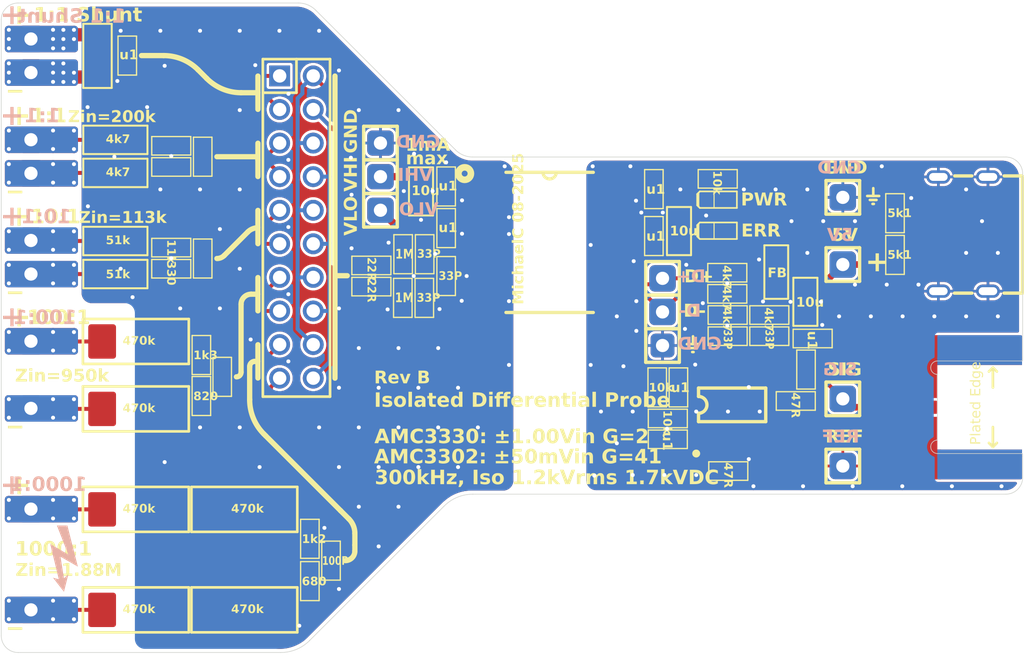
<source format=kicad_pcb>
(kicad_pcb (version 20241229) (generator "pcbnew") (generator_version "9.0")
  (layers (0 "F.Cu" signal "Top Layer") (2 "B.Cu" signal "Bottom Layer") (13 "F.Paste" user "Top Paste") (15 "B.Paste" user "Bottom Paste") (5 "F.SilkS" user "Top Overlay") (7 "B.SilkS" user "Bottom Overlay") (1 "F.Mask" user "Top Solder") (3 "B.Mask" user "Bottom Solder") (25 "Edge.Cuts" user))
  (property "ENGINEER" "Michael")
  (property "SHEETTOTAL" "1")
  (net 0 "")
  (net 1 "ISOLDO")
  (net 2 "VIN")
  (net 3 "NetR31_2")
  (net 4 "NetR31_1")
  (net 5 "NetR28_2")
  (net 6 "NetR26_2")
  (net 7 "NetR26_1")
  (net 8 "NetR25_2")
  (net 9 "NetR23_1")
  (net 10 "NetR20_2")
  (net 11 "NetR19_2")
  (net 12 "NetR17_2")
  (net 13 "NetR15_1")
  (net 14 "NetR14_1")
  (net 15 "NetR10_2")
  (net 16 "NetR9_1")
  (net 17 "NetR6_1")
  (net 18 "NetR4_2")
  (net 19 "NetR2_1")
  (net 20 "NetP1_4")
  (net 21 "NetP1_2")
  (net 22 "NetJ1_B5")
  (net 23 "NetJ1_A5")
  (net 24 "NetD1_K")
  (net 25 "NetD1_A")
  (net 26 "NetC19_2")
  (net 27 "NetC19_1")
  (net 28 "NetC18_1")
  (net 29 "NetC15_1")
  (net 30 "NetC14_2")
  (net 31 "NetC14_1")
  (net 32 "VGND")
  (net 33 "NetC13_1")
  (net 34 "NetC12_2")
  (net 35 "NetC12_1")
  (net 36 "NetC11_2")
  (net 37 "NetC11_1")
  (net 38 "NetC9_2")
  (net 39 "NetC9_1")
  (net 40 "NetC3_2")
  (net 41 "NetC2_2")
  (net 42 "NetC2_1")
  (net 43 "NetC1_2")
  (net 44 "NetC1_1")
  (net 45 "ISOPWR")
  (net 46 "HGND")
  (net 47 "GND")
  (net 48 "+5V")
  (footprint "NixieClock_RevA.PcbLib:0603" (layer "F.Cu") (at 165.6511 100.8411 180)
    (property "Reference" "R20")
    (property "Value" "10k" (hide yes))
  )
  (footprint "NixieClock_RevA.PcbLib:0603" (layer "F.Cu") (at 165.67611 104.0411 180)
    (property "Reference" "R16")
    (property "Value" "10k" (hide yes))
  )
  (footprint "NixieClock_RevA.PcbLib:0603" (layer "F.Cu") (at 143.5261 100.2161 -90)
    (property "Reference" "C11")
    (property "Value" "10pF" (hide yes))
  )
  (footprint "NixieClock_RevA.PcbLib:0603" (layer "F.Cu") (at 125.0261 109.2911 -90)
    (property "Reference" "R22")
    (property "Value" "820R" (hide yes))
  )
  (footprint "NixieClock_RevA.PcbLib:0603" (layer "F.Cu") (at 167.0761 105.6411)
    (property "Reference" "C15")
    (property "Value" "1nF" (hide yes))
  )
  (footprint "NixieClock_RevA.PcbLib:0603" (layer "F.Cu") (at 121.8761 98.9411)
    (property "Reference" "R10")
    (property "Value" "11k" (hide yes))
  )
  (footprint "NixieClock_RevA.PcbLib:1206" (layer "F.Cu") (at 116.9261 90.7911)
    (property "Reference" "R2")
    (property "Value" "4k7" (hide yes))
  )
  (footprint "NixieClock_RevA.PcbLib:0603" (layer "F.Cu") (at 159.2261 95.3911 90)
    (property "Reference" "C3")
    (property "Value" "100nF" (hide yes))
  )
  (footprint "NixieClock_RevA.PcbLib:0603" (layer "F.Cu") (at 165.67611 105.6411 180)
    (property "Reference" "C12")
    (property "Value" "1nF" (hide yes))
  )
  (footprint "NixieClock_RevA.PcbLib:0603" (layer "F.Cu") (at 159.4051 113.4391)
    (property "Reference" "C18")
    (property "Value" "100nF" (hide yes))
  )
  (footprint "NixieClock_RevA.PcbLib:0603" (layer "F.Cu") (at 125.0261 106.1911 -90)
    (property "Reference" "R19")
    (property "Value" "1k3" (hide yes))
  )
  (footprint "E General.PcbLib:MMB0207" (layer "F.Cu") (at 125.7261 118.7411)
    (property "Reference" "R27")
    (property "Value" "470k" (hide yes))
  )
  (footprint "E General.PcbLib:TP" (layer "F.Cu") (at 159.8811 106.3461 90)
    (property "Reference" "TP19")
    (property "Value" "Test Point" (hide yes))
  )
  (footprint "E General.PcbLib:TP" (layer "F.Cu") (at 112.1461 90.7811)
    (property "Reference" "TP3")
    (property "Value" "Test Point" (hide yes))
  )
  (footprint "E General.PcbLib:MMB0207" (layer "F.Cu") (at 117.5261 126.3411)
    (property "Reference" "R31")
    (property "Value" "470k" (hide yes))
  )
  (footprint "E General.PcbLib:TP" (layer "F.Cu") (at 112.1461 98.4011)
    (property "Reference" "TP5")
    (property "Value" "Test Point" (hide yes))
  )
  (footprint "NixieClock_RevA.PcbLib:0603" (layer "F.Cu") (at 133.2261 123.2911 -90)
    (property "Reference" "R30")
    (property "Value" "680R" (hide yes))
  )
  (footprint "NixieClock_RevA.PcbLib:0603" (layer "F.Cu") (at 123.6261 100.5411 180)
    (property "Reference" "R12")
    (property "Value" "330R" (hide yes))
  )
  (footprint "NixieClock_RevA.PcbLib:0603" (layer "F.Cu") (at 167.0761 104.0411)
    (property "Reference" "R21")
    (property "Value" "10k" (hide yes))
  )
  (footprint "NixieClock_RevA.PcbLib:0603" (layer "F.Cu") (at 141.8761 101.8661 -90)
    (property "Reference" "C21")
    (property "Value" "10pF" (hide yes))
  )
  (footprint "NixieClock_RevA.PcbLib:0603" (layer "F.Cu") (at 159.2261 97.1911 -90)
    (property "Reference" "C6")
    (property "Value" "100nF" (hide yes))
  )
  (footprint "E General.PcbLib:MMB0207" (layer "F.Cu") (at 117.5261 106.0411)
    (property "Reference" "R15")
    (property "Value" "470k" (hide yes))
  )
  (footprint "E General.PcbLib:TP" (layer "F.Cu") (at 173.5061 95.1411)
    (property "Reference" "TP7")
    (property "Value" "Test Point" (hide yes))
  )
  (footprint "NixieClock_RevA.PcbLib:0805_cap_Rounded" (layer "F.Cu") (at 141.6261 95.8411 90)
    (property "Reference" "C4")
    (property "Value" "10uF / 25V" (hide yes))
  )
  (footprint "E General.PcbLib:TP" (layer "F.Cu") (at 159.8811 101.2661 90)
    (property "Reference" "TP14")
    (property "Value" "Test Point" (hide yes))
  )
  (footprint "E General.PcbLib:TP" (layer "F.Cu") (at 173.5061 110.3811 90)
    (property "Reference" "TP15")
    (property "Value" "Test Point" (hide yes))
  )
  (footprint "E GF.PcbLib:DW0016B" (layer "F.Cu") (at 151.3481 98.5471)
    (property "Reference" "U1")
    (property "Value" "AMC3" (hide yes))
  )
  (footprint "NixieClock_RevA.PcbLib:1206" (layer "F.Cu") (at 116.9261 93.2911)
    (property "Reference" "R6")
    (property "Value" "4k7" (hide yes))
  )
  (footprint "NixieClock_RevA.PcbLib:0603" (layer "F.Cu") (at 170.8261 110.5411 180)
    (property "Reference" "R18")
    (property "Value" "47R" (hide yes))
  )
  (footprint "E General.PcbLib:MMB0207" (layer "F.Cu") (at 125.7261 126.3411)
    (property "Reference" "R32")
    (property "Value" "470k" (hide yes))
  )
  (footprint "NixieClock_RevA.PcbLib:0603" (layer "F.Cu") (at 165.7261 115.8411 180)
    (property "Reference" "R25")
    (property "Value" "47R" (hide yes))
  )
  (footprint "E General.PcbLib:MMB0207" (layer "F.Cu") (at 117.5261 118.7411)
    (property "Reference" "R26")
    (property "Value" "470k" (hide yes))
  )
  (footprint "E General.PcbLib:TP" (layer "F.Cu") (at 138.5621 93.5751 -90)
    (property "Reference" "TP17")
    (property "Value" "Test Point" (hide yes))
  )
  (footprint "NixieClock_RevA.PcbLib:1206" (layer "F.Cu") (at 117.1761 86.0411 90)
    (property "Reference" "R1")
    (property "Value" "0R01" (hide yes))
  )
  (footprint "NixieClock_RevA.PcbLib:SMA_SMD" (layer "F.Cu") (at 183.8511 115.5161 90)
    (property "Reference" "J2")
    (property "Value" "SMA Conn" (hide yes))
  )
  (footprint "NixieClock_RevA.PcbLib:0603" (layer "F.Cu") (at 143.5261 98.3411 90)
    (property "Reference" "C10")
    (property "Value" "100nF" (hide yes))
  )
  (footprint "NixieClock_RevA.PcbLib:0603" (layer "F.Cu") (at 140.2761 98.5661 -90)
    (property "Reference" "R34")
    (property "Value" "1M" (hide yes))
  )
  (footprint "E General.PcbLib:TP" (layer "F.Cu") (at 112.1461 93.3211)
    (property "Reference" "TP4")
    (property "Value" "Test Point" (hide yes))
  )
  (footprint "E General.PcbLib:TP" (layer "F.Cu") (at 173.5061 100.2211)
    (property "Reference" "TP6")
    (property "Value" "Test Point" (hide yes))
  )
  (footprint "E General.PcbLib:TP" (layer "F.Cu") (at 112.1461 126.3411 90)
    (property "Reference" "TP12")
    (property "Value" "Test Point" (hide yes))
  )
  (footprint "NixieClock_RevA.PcbLib:0603" (layer "F.Cu") (at 159.4801 108.6391 -90)
    (property "Reference" "R24")
    (property "Value" "10k" (hide yes))
  )
  (footprint "E General.PcbLib:MMB0207" (layer "F.Cu") (at 117.5261 111.1411)
    (property "Reference" "R23")
    (property "Value" "470k" (hide yes))
  )
  (footprint "E Connectors.PcbLib:IDC20" (layer "F.Cu") (at 130.9421 85.9551 -90)
    (property "Reference" "P1")
    (property "Value" "Header 10X2" (hide yes))
  )
  (footprint "E General.PcbLib:TP" (layer "F.Cu") (at 112.1461 100.9411)
    (property "Reference" "TP8")
    (property "Value" "Test Point" (hide yes))
  )
  (footprint "E General.PcbLib:TP" (layer "F.Cu") (at 112.1461 118.7211 90)
    (property "Reference" "TP11")
    (property "Value" "Test Point" (hide yes))
  )
  (footprint "NixieClock_RevA.PcbLib:0603" (layer "F.Cu") (at 140.2511 101.8661 -90)
    (property "Reference" "R33")
    (property "Value" "220R" (hide yes))
  )
  (footprint "E General.PcbLib:TP" (layer "F.Cu") (at 112.1461 85.7011)
    (property "Reference" "TP2")
    (property "Value" "Test Point" (hide yes))
  )
  (footprint "NixieClock_RevA.PcbLib:0603" (layer "F.Cu") (at 164.9261 93.7411 180)
    (property "Reference" "R3")
    (property "Value" "10k" (hide yes))
  )
  (footprint "NixieClock_RevA.PcbLib:0603" (layer "F.Cu") (at 159.4051 111.8641)
    (property "Reference" "R29")
    (property "Value" "10k" (hide yes))
  )
  (footprint "E General.PcbLib:TP" (layer "F.Cu") (at 138.5621 91.0351 -90)
    (property "Reference" "TP18")
    (property "Value" "Test Point" (hide yes))
  )
  (footprint "NixieClock_RevA.PcbLib:0603" (layer "F.Cu") (at 123.6261 92.8411 180)
    (property "Reference" "R5")
    (property "Value" "NF" (hide yes))
  )
  (footprint "E General.PcbLib:SO-8" (layer "F.Cu") (at 163.23611 113.6291 90)
    (property "Reference" "U2")
    (property "Value" "TLC272ID" (hide yes))
  )
  (footprint "E GF.PcbLib:LED-0603" (layer "F.Cu") (at 164.0511 95.3161 180)
    (property "Reference" "D2")
    (property "Value" "GRN" (hide yes))
  )
  (footprint "NixieClock_RevA.PcbLib:0603" (layer "F.Cu") (at 170.7261 109.0411 90)
    (property "Reference" "C13")
    (property "Value" "NF" (hide yes))
  )
  (footprint "E GF.PcbLib:LED-0603" (layer "F.Cu") (at 164.05109 97.6661 180)
    (property "Reference" "D1")
    (property "Value" "RED" (hide yes))
  )
  (footprint "NixieClock_RevA.PcbLib:0603" (layer "F.Cu") (at 138.7511 100.2911 180)
    (property "Reference" "R11")
    (property "Value" "220R" (hide yes))
  )
  (footprint "NixieClock_RevA.PcbLib:0603" (layer "F.Cu") (at 133.2261 120.0911 -90)
    (property "Reference" "R28")
    (property "Value" "1k2" (hide yes))
  )
  (footprint "NixieClock_RevA.PcbLib:0603" (layer "F.Cu") (at 170.3511 105.8161)
    (property "Reference" "C17")
    (property "Value" "100nF" (hide yes))
  )
  (footprint "NixieClock_RevA.PcbLib:0805_Rounded" (layer "F.Cu") (at 168.4761 99.6411 -90)
    (property "Reference" "L1")
    (property "Value" "PBY201209T-601Y-N" (hide yes))
  )
  (footprint "NixieClock_RevA.PcbLib:0603" (layer "F.Cu") (at 126.6011 107.8411 -90)
    (property "Reference" "C14")
    (property "Value" "NF" (hide yes))
  )
  (footprint "NixieClock_RevA.PcbLib:0603" (layer "F.Cu") (at 177.4511 95.4661 -90)
    (property "Reference" "R7")
    (property "Value" "5k1" (hide yes))
  )
  (footprint "NixieClock_RevA.PcbLib:0603" (layer "F.Cu") (at 161.0801 108.6391 -90)
    (property "Reference" "C16")
    (property "Value" "100nF" (hide yes))
  )
  (footprint "E General.PcbLib:TP" (layer "F.Cu") (at 112.1461 83.1611)
    (property "Reference" "TP1")
    (property "Value" "Test Point" (hide yes))
  )
  (footprint "NixieClock_RevA.PcbLib:0603" (layer "F.Cu") (at 119.4261 83.5411 -90)
    (property "Reference" "C1")
    (property "Value" "NF" (hide yes))
  )
  (footprint "NixieClock_RevA.PcbLib:0805_cap_Rounded" (layer "F.Cu") (at 161.1261 98.8411 90)
    (property "Reference" "C7")
    (property "Value" "10uF / 25V" (hide yes))
  )
  (footprint "NixieClock_RevA.PcbLib:0805_cap_Rounded" (layer "F.Cu") (at 170.6761 101.8911 -90)
    (property "Reference" "C8")
    (property "Value" "10uF / 25V" (hide yes))
  )
  (footprint "NixieClock_RevA.PcbLib:0603" (layer "F.Cu") (at 134.8261 121.7411 -90)
    (property "Reference" "C19")
    (property "Value" "82pF" (hide yes))
  )
  (footprint "NixieClock_RevA.PcbLib:0603" (layer "F.Cu") (at 177.4511 100.3661 90)
    (property "Reference" "R8")
    (property "Value" "5k1" (hide yes))
  )
  (footprint "E General.PcbLib:TP" (layer "F.Cu") (at 159.8811 103.8061 90)
    (property "Reference" "TP13")
    (property "Value" "Test Point" (hide yes))
  )
  (footprint "E General.PcbLib:TP" (layer "F.Cu") (at 173.5061 115.4611 90)
    (property "Reference" "TP16")
    (property "Value" "Test Point" (hide yes))
  )
  (footprint "NixieClock_RevA.PcbLib:0603" (layer "F.Cu") (at 141.9011 98.5661 -90)
    (property "Reference" "C20")
    (property "Value" "10pF" (hide yes))
  )
  (footprint "E General.PcbLib:TP" (layer "F.Cu") (at 138.5621 96.1151 -90)
    (property "Reference" "TP20")
    (property "Value" "Test Point" (hide yes))
  )
  (footprint "NixieClock_RevA.PcbLib:1206" (layer "F.Cu") (at 116.9261 100.9411)
    (property "Reference" "R14")
    (property "Value" "51k" (hide yes))
  )
  (footprint "NixieClock_RevA.PcbLib:USB-C_6pin_Conn" (layer "F.Cu") (at 182.4011 97.9161 90)
    (property "Reference" "J1")
    (property "Value" "USB C 6-Pin" (hide yes))
  )
  (footprint "NixieClock_RevA.PcbLib:0603" (layer "F.Cu") (at 138.7511 101.8911 180)
    (property "Reference" "R13")
    (property "Value" "220R" (hide yes))
  )
  (footprint "NixieClock_RevA.PcbLib:0603" (layer "F.Cu") (at 125.1261 91.1911 -90)
    (property "Reference" "C2")
    (property "Value" "NF" (hide yes))
  )
  (footprint "NixieClock_RevA.PcbLib:0603" (layer "F.Cu") (at 121.8761 91.2411)
    (property "Reference" "R4")
    (property "Value" "NF" (hide yes))
  )
  (footprint "NixieClock_RevA.PcbLib:1206" (layer "F.Cu") (at 116.9261 98.4411)
    (property "Reference" "R9")
    (property "Value" "51k" (hide yes))
  )
  (footprint "NixieClock_RevA.PcbLib:0603" (layer "F.Cu") (at 125.1261 98.8911 -90)
    (property "Reference" "C9")
    (property "Value" "NF" (hide yes))
  )
  (footprint "E General.PcbLib:TP" (layer "F.Cu") (at 112.1461 111.1011 90)
    (property "Reference" "TP10")
    (property "Value" "Test Point" (hide yes))
  )
  (footprint "NixieClock_RevA.PcbLib:0603" (layer "F.Cu") (at 165.6511 102.4411 180)
    (property "Reference" "R17")
    (property "Value" "10k" (hide yes))
  )
  (footprint "E General.PcbLib:TP" (layer "F.Cu") (at 112.1461 106.0211)
    (property "Reference" "TP9")
    (property "Value" "Test Point" (hide yes))
  )
  (footprint "NixieClock_RevA.PcbLib:0603" (layer "F.Cu") (at 143.5261 93.4411 -90)
    (property "Reference" "C5")
    (property "Value" "100nF" (hide yes))
  )
  (gr_poly (pts (arc (start 110.4301 101.9461) (mid 110.250495 101.871705) (end 110.1761 101.6921)) (arc (start 110.1761 100.2001) (mid 110.250495 100.020495) (end 110.4301 99.9461)) (arc (start 115.4471 99.9461) (mid 115.626705 100.020495) (end 115.7011 100.2001)) (arc (start 115.7011 101.6921) (mid 115.626705 101.871705) (end 115.4471 101.9461)) (xy 112.9261 101.9461)) (fill yes) (layer "F.Cu") (net 14))
  (gr_poly (pts (arc (start 110.4301 86.7061) (mid 110.250495 86.631705) (end 110.1761 86.4521)) (arc (start 110.1761 84.9601) (mid 110.250495 84.780495) (end 110.4301 84.7061)) (arc (start 115.4471 84.7061) (mid 115.626705 84.780495) (end 115.7011 84.9601)) (arc (start 115.7011 86.4521) (mid 115.626705 86.631705) (end 115.4471 86.7061)) (xy 112.9261 86.7061)) (fill yes) (layer "F.Cu") (net 43))
  (gr_poly (pts (arc (start 110.4301 91.7861) (mid 110.250495 91.711705) (end 110.1761 91.5321)) (arc (start 110.1761 90.0401) (mid 110.250495 89.860495) (end 110.4301 89.7861)) (arc (start 115.4471 89.7861) (mid 115.626705 89.860495) (end 115.7011 90.0401)) (arc (start 115.7011 91.5321) (mid 115.626705 91.711705) (end 115.4471 91.7861)) (xy 112.9261 91.7861)) (fill yes) (layer "F.Cu") (net 19))
  (gr_poly (pts (arc (start 110.4301 107.0261) (mid 110.250495 106.951705) (end 110.1761 106.7721)) (arc (start 110.1761 105.2801) (mid 110.250495 105.100495) (end 110.4301 105.0261)) (arc (start 115.4471 105.0261) (mid 115.626705 105.100495) (end 115.7011 105.2801)) (arc (start 115.7011 106.7721) (mid 115.626705 106.951705) (end 115.4471 107.0261)) (xy 112.9261 107.0261)) (fill yes) (layer "F.Cu") (net 13))
  (gr_poly (pts (arc (start 110.4301 127.3461) (mid 110.250495 127.271705) (end 110.1761 127.0921)) (arc (start 110.1761 125.6001) (mid 110.250495 125.420495) (end 110.4301 125.3461)) (arc (start 115.4471 125.3461) (mid 115.626705 125.420495) (end 115.7011 125.6001)) (arc (start 115.7011 127.0921) (mid 115.626705 127.271705) (end 115.4471 127.3461)) (xy 112.9261 127.3461)) (fill yes) (layer "F.Cu") (net 4))
  (gr_poly (pts (arc (start 110.4301 84.1661) (mid 110.250495 84.091705) (end 110.1761 83.9121)) (arc (start 110.1761 82.4201) (mid 110.250495 82.240495) (end 110.4301 82.1661)) (arc (start 115.4471 82.1661) (mid 115.626705 82.240495) (end 115.7011 82.4201)) (arc (start 115.7011 83.9121) (mid 115.626705 84.091705) (end 115.4471 84.1661)) (xy 112.9261 84.1661)) (fill yes) (layer "F.Cu") (net 44))
  (gr_rect (start 180.6511 107.21611) (end 187.0511 107.81611) (fill yes) (layer "F.Cu") (net 32))
  (gr_poly (pts (arc (start 110.4301 94.3261) (mid 110.250495 94.251705) (end 110.1761 94.0721)) (arc (start 110.1761 92.5801) (mid 110.250495 92.400495) (end 110.4301 92.3261)) (arc (start 115.4471 92.3261) (mid 115.626705 92.400495) (end 115.7011 92.5801)) (arc (start 115.7011 94.0721) (mid 115.626705 94.251705) (end 115.4471 94.3261)) (xy 112.9261 94.3261)) (fill yes) (layer "F.Cu") (net 17))
  (gr_rect (start 180.3011 114.2161) (end 180.9261 116.4661) (fill yes) (layer "F.Cu") (net 32))
  (gr_rect (start 179.4511 105.5661) (end 180.6511 110.3161) (fill yes) (layer "F.Cu") (net 32))
  (gr_poly (pts (arc (start 110.4301 119.7261) (mid 110.250495 119.651705) (end 110.1761 119.4721)) (arc (start 110.1761 117.9801) (mid 110.250495 117.800495) (end 110.4301 117.7261)) (arc (start 115.4471 117.7261) (mid 115.626705 117.800495) (end 115.7011 117.9801)) (arc (start 115.7011 119.4721) (mid 115.626705 119.651705) (end 115.4471 119.7261)) (xy 112.9261 119.7261)) (fill yes) (layer "F.Cu") (net 7))
  (gr_poly (pts (arc (start 110.4301 99.4061) (mid 110.250495 99.331705) (end 110.1761 99.1521)) (arc (start 110.1761 97.6601) (mid 110.250495 97.480495) (end 110.4301 97.4061)) (arc (start 115.4471 97.4061) (mid 115.626705 97.480495) (end 115.7011 97.6601)) (arc (start 115.7011 99.1521) (mid 115.626705 99.331705) (end 115.4471 99.4061)) (xy 112.9261 99.4061)) (fill yes) (layer "F.Cu") (net 16))
  (gr_poly (pts (arc (start 110.4301 112.1061) (mid 110.250495 112.031705) (end 110.1761 111.8521)) (arc (start 110.1761 110.3601) (mid 110.250495 110.180495) (end 110.4301 110.1061)) (arc (start 115.4471 110.1061) (mid 115.626705 110.180495) (end 115.7011 110.3601)) (arc (start 115.7011 111.8521) (mid 115.626705 112.031705) (end 115.4471 112.1061)) (xy 112.9261 112.1061)) (fill yes) (layer "F.Cu") (net 9))
  (gr_rect (start 180.65111 114.2161) (end 187.05111 114.8161) (fill yes) (layer "F.Cu") (net 32))
  (gr_rect (start 179.4511 111.7411) (end 180.6511 116.4661) (fill yes) (layer "F.Cu") (net 32))
  (gr_rect (start 180.4011 105.5661) (end 180.8011 107.8161) (fill yes) (layer "F.Cu") (net 32))
  (gr_rect (start 180.6511 107.21611) (end 187.0511 107.81611) (fill yes) (layer "B.Cu") (net 32))
  (gr_rect (start 180.65111 114.2161) (end 187.05111 114.8161) (fill yes) (layer "B.Cu") (net 32))
  (gr_poly (pts (arc (start 110.4301 112.1061) (mid 110.250495 112.031705) (end 110.1761 111.8521)) (arc (start 110.1761 110.3601) (mid 110.250495 110.180495) (end 110.4301 110.1061)) (arc (start 115.4471 110.1061) (mid 115.626705 110.180495) (end 115.7011 110.3601)) (arc (start 115.7011 111.8521) (mid 115.626705 112.031705) (end 115.4471 112.1061)) (xy 112.9261 112.1061)) (fill yes) (layer "B.Cu") (net 9))
  (gr_poly (pts (arc (start 110.4301 107.0261) (mid 110.250495 106.951705) (end 110.1761 106.7721)) (arc (start 110.1761 105.2801) (mid 110.250495 105.100495) (end 110.4301 105.0261)) (arc (start 115.4471 105.0261) (mid 115.626705 105.100495) (end 115.7011 105.2801)) (arc (start 115.7011 106.7721) (mid 115.626705 106.951705) (end 115.4471 107.0261)) (xy 112.9261 107.0261)) (fill yes) (layer "B.Cu") (net 13))
  (gr_poly (pts (arc (start 110.4301 94.3261) (mid 110.250495 94.251705) (end 110.1761 94.0721)) (arc (start 110.1761 92.5801) (mid 110.250495 92.400495) (end 110.4301 92.3261)) (arc (start 115.4471 92.3261) (mid 115.626705 92.400495) (end 115.7011 92.5801)) (arc (start 115.7011 94.0721) (mid 115.626705 94.251705) (end 115.4471 94.3261)) (xy 112.9261 94.3261)) (fill yes) (layer "B.Cu") (net 17))
  (gr_poly (pts (arc (start 110.4301 127.3461) (mid 110.250495 127.271705) (end 110.1761 127.0921)) (arc (start 110.1761 125.6001) (mid 110.250495 125.420495) (end 110.4301 125.3461)) (arc (start 115.4471 125.3461) (mid 115.626705 125.420495) (end 115.7011 125.6001)) (arc (start 115.7011 127.0921) (mid 115.626705 127.271705) (end 115.4471 127.3461)) (xy 112.9261 127.3461)) (fill yes) (layer "B.Cu") (net 4))
  (gr_poly (pts (arc (start 110.4301 84.1661) (mid 110.250495 84.091705) (end 110.1761 83.9121)) (arc (start 110.1761 82.4201) (mid 110.250495 82.240495) (end 110.4301 82.1661)) (arc (start 115.4471 82.1661) (mid 115.626705 82.240495) (end 115.7011 82.4201)) (arc (start 115.7011 83.9121) (mid 115.626705 84.091705) (end 115.4471 84.1661)) (xy 112.9261 84.1661)) (fill yes) (layer "B.Cu") (net 44))
  (gr_poly (pts (arc (start 110.4301 86.7061) (mid 110.250495 86.631705) (end 110.1761 86.4521)) (arc (start 110.1761 84.9601) (mid 110.250495 84.780495) (end 110.4301 84.7061)) (arc (start 115.4471 84.7061) (mid 115.626705 84.780495) (end 115.7011 84.9601)) (arc (start 115.7011 86.4521) (mid 115.626705 86.631705) (end 115.4471 86.7061)) (xy 112.9261 86.7061)) (fill yes) (layer "B.Cu") (net 43))
  (gr_poly (pts (arc (start 110.4301 91.7861) (mid 110.250495 91.711705) (end 110.1761 91.5321)) (arc (start 110.1761 90.0401) (mid 110.250495 89.860495) (end 110.4301 89.7861)) (arc (start 115.4471 89.7861) (mid 115.626705 89.860495) (end 115.7011 90.0401)) (arc (start 115.7011 91.5321) (mid 115.626705 91.711705) (end 115.4471 91.7861)) (xy 112.9261 91.7861)) (fill yes) (layer "B.Cu") (net 19))
  (gr_poly (pts (arc (start 110.4301 99.4061) (mid 110.250495 99.331705) (end 110.1761 99.1521)) (arc (start 110.1761 97.6601) (mid 110.250495 97.480495) (end 110.4301 97.4061)) (arc (start 115.4471 97.4061) (mid 115.626705 97.480495) (end 115.7011 97.6601)) (arc (start 115.7011 99.1521) (mid 115.626705 99.331705) (end 115.4471 99.4061)) (xy 112.9261 99.4061)) (fill yes) (layer "B.Cu") (net 16))
  (gr_poly (pts (arc (start 110.4301 101.9461) (mid 110.250495 101.871705) (end 110.1761 101.6921)) (arc (start 110.1761 100.2001) (mid 110.250495 100.020495) (end 110.4301 99.9461)) (arc (start 115.4471 99.9461) (mid 115.626705 100.020495) (end 115.7011 100.2001)) (arc (start 115.7011 101.6921) (mid 115.626705 101.871705) (end 115.4471 101.9461)) (xy 112.9261 101.9461)) (fill yes) (layer "B.Cu") (net 14))
  (gr_poly (pts (arc (start 110.4301 119.7261) (mid 110.250495 119.651705) (end 110.1761 119.4721)) (arc (start 110.1761 117.9801) (mid 110.250495 117.800495) (end 110.4301 117.7261)) (arc (start 115.4471 117.7261) (mid 115.626705 117.800495) (end 115.7011 117.9801)) (arc (start 115.7011 119.4721) (mid 115.626705 119.651705) (end 115.4471 119.7261)) (xy 112.9261 119.7261)) (fill yes) (layer "B.Cu") (net 7))
  (gr_arc (start 128.6761 107.9411) (mid 128.792086 107.661086) (end 129.0721 107.5451) (stroke (width 0.4)) (layer "F.SilkS"))
  (gr_line (start 129.3011 88.4841) (end 129.3011 87.2251) (stroke (width 0.4)) (layer "F.SilkS"))
  (gr_line (start 129.3011 87.2251) (end 129.3011 85.9661) (stroke (width 0.4)) (layer "F.SilkS"))
  (gr_line (start 128.0341 87.2251) (end 129.3011 87.2251) (stroke (width 0.4)) (layer "F.SilkS"))
  (gr_arc (start 136.6261 121.8911) (mid 136.413752 122.403752) (end 135.9011 122.6161) (stroke (width 0.4)) (layer "F.SilkS"))
  (gr_line (start 135.54847 118.83847) (end 136.1761 119.4661) (stroke (width 0.4)) (layer "F.SilkS"))
  (gr_arc (start 128.532899 97.759289) (mid 128.885353 97.523787) (end 129.3011 97.44109) (stroke (width 0.4)) (layer "F.SilkS"))
  (gr_line (start 162.18291 106.23429) (end 162.18291 105.65281) (stroke (width 0.2)) (layer "F.SilkS"))
  (gr_arc (start 135.176098 101.091098) (mid 135.203788 101.072596) (end 135.23645 101.066099) (stroke (width 0.4)) (layer "F.SilkS"))
  (gr_line (start 135.23645 101.0661) (end 136.0511 101.0661) (stroke (width 0.4)) (layer "F.SilkS"))
  (gr_line (start 175.7511 95.6361) (end 175.8511 95.6361) (stroke (width 0.2)) (layer "F.SilkS"))
  (gr_line (start 175.5511 95.33609) (end 176.0511 95.33609) (stroke (width 0.2)) (layer "F.SilkS"))
  (gr_line (start 135.1231 108.8161) (end 135.1231 99.9251) (stroke (width 0.4)) (layer "F.SilkS"))
  (gr_line (start 129.87873 113.16873) (end 135.54847 118.83847) (stroke (width 0.4)) (layer "F.SilkS"))
  (gr_line (start 128.7881 102.4651) (end 129.3011 102.4651) (stroke (width 0.4)) (layer "F.SilkS"))
  (gr_arc (start 136.176102 119.466098) (mid 136.50915 119.964539) (end 136.6261 120.55249) (stroke (width 0.4)) (layer "F.SilkS"))
  (gr_arc (start 122.1771 84.4161) (mid 123.585092 84.696167) (end 124.77873 85.49373) (stroke (width 0.4)) (layer "F.SilkS"))
  (gr_line (start 129.3011 98.6441) (end 129.3011 97.3851) (stroke (width 0.4)) (layer "F.SilkS"))
  (gr_arc (start 175.80791 95.02929) (mid 175.805915 95.034105) (end 175.8011 95.0361) (stroke (width 0.2)) (layer "F.SilkS"))
  (gr_circle (center 162.4261 114.5161) (end 162.6761 114.5161) (stroke (width 0.1)) (fill yes) (layer "F.SilkS"))
  (gr_line (start 124.77873 85.49373) (end 125.43247 86.14747) (stroke (width 0.4)) (layer "F.SilkS"))
  (gr_line (start 128.6761 110.4421) (end 128.6761 107.9411) (stroke (width 0.4)) (layer "F.SilkS"))
  (gr_line (start 126.75591 99.53629) (end 128.5329 97.7593) (stroke (width 0.4)) (layer "F.SilkS"))
  (gr_arc (start 128.0261 108.3661) (mid 127.923587 108.613587) (end 127.6761 108.7161) (stroke (width 0.4)) (layer "F.SilkS"))
  (gr_line (start 161.7261 106.2411) (end 162.6261 106.2411) (stroke (width 0.2)) (layer "F.SilkS"))
  (gr_line (start 120.5011 84.4161) (end 122.1771 84.4161) (stroke (width 0.4)) (layer "F.SilkS"))
  (gr_line (start 129.3011 92.3051) (end 129.3011 91.0461) (stroke (width 0.4)) (layer "F.SilkS"))
  (gr_arc (start 129.75373 113.04373) (mid 128.956167 111.850092) (end 128.6761 110.4421) (stroke (width 0.4)) (layer "F.SilkS"))
  (gr_arc (start 128.0261 103.2271) (mid 128.249285 102.688285) (end 128.7881 102.4651) (stroke (width 0.4)) (layer "F.SilkS"))
  (gr_line (start 129.3011 93.5641) (end 129.3011 92.3051) (stroke (width 0.4)) (layer "F.SilkS"))
  (gr_line (start 129.3011 108.8041) (end 129.3011 107.5451) (stroke (width 0.4)) (layer "F.SilkS"))
  (gr_line (start 128.0261 108.3661) (end 128.0261 103.2271) (stroke (width 0.4)) (layer "F.SilkS"))
  (gr_line (start 129.3011 97.3851) (end 129.3011 96.1261) (stroke (width 0.4)) (layer "F.SilkS"))
  (gr_line (start 129.3011 103.7241) (end 129.3011 102.4651) (stroke (width 0.4)) (layer "F.SilkS"))
  (gr_line (start 129.3011 107.5451) (end 129.3011 106.2861) (stroke (width 0.4)) (layer "F.SilkS"))
  (gr_arc (start 126.75591 99.53629) (mid 126.501361 99.706374) (end 126.2011 99.7661) (stroke (width 0.4)) (layer "F.SilkS"))
  (gr_line (start 129.75373 113.04373) (end 129.87873 113.16873) (stroke (width 0.4)) (layer "F.SilkS"))
  (gr_line (start 161.9261 106.5411) (end 162.4261 106.5411) (stroke (width 0.2)) (layer "F.SilkS"))
  (gr_line (start 126.2011 92.0661) (end 129.2761 92.0661) (stroke (width 0.4)) (layer "F.SilkS"))
  (gr_line (start 175.80791 95.02929) (end 175.80791 94.44781) (stroke (width 0.2)) (layer "F.SilkS"))
  (gr_line (start 129.0721 107.5451) (end 129.3011 107.5451) (stroke (width 0.4)) (layer "F.SilkS"))
  (gr_line (start 175.3511 95.03609) (end 176.2511 95.03609) (stroke (width 0.2)) (layer "F.SilkS"))
  (gr_line (start 162.1261 106.8411) (end 162.2261 106.8411) (stroke (width 0.2)) (layer "F.SilkS"))
  (gr_line (start 136.6261 121.4401) (end 136.6261 120.55249) (stroke (width 0.4)) (layer "F.SilkS"))
  (gr_line (start 129.3011 102.4651) (end 129.3011 101.2061) (stroke (width 0.4)) (layer "F.SilkS"))
  (gr_line (start 135.1231 99.9251) (end 135.1231 85.9661) (stroke (width 0.4)) (layer "F.SilkS"))
  (gr_arc (start 128.0341 87.2251) (mid 126.626108 86.945033) (end 125.43247 86.14747) (stroke (width 0.4)) (layer "F.SilkS"))
  (gr_arc (start 162.18291 106.23429) (mid 162.180915 106.239105) (end 162.1761 106.2411) (stroke (width 0.2)) (layer "F.SilkS"))
  (gr_line (start 136.6261 121.8911) (end 136.6261 121.4401) (stroke (width 0.4)) (layer "F.SilkS"))
  (gr_poly (pts (xy 114.89891 119.96002) (xy 115.69158 123.07302) (xy 114.38008 122.32359) (xy 114.6395 123.95215) (xy 114.97097 123.66392) (xy 114.6395 124.97541) (xy 113.83242 123.93774) (xy 113.8036 123.90892) (xy 114.25037 124.02421) (xy 113.60183 121.35799) (xy 114.95656 122.15065) (xy 114.97097 122.16507) (xy 114.10625 119.96002)) (fill yes) (layer "B.SilkS"))
  (gr_line (start 109.9011 81.7111) (end 109.9011 128.2961) (stroke (width 0.05)) (layer "Edge.Cuts"))
  (gr_line (start 144.237285 91.552285) (end 144.23729 91.55228) (stroke (width 0.05)) (layer "Edge.Cuts"))
  (gr_line (start 187.0511 114.5161) (end 180.65911 114.5161) (stroke (width 0.05)) (layer "Edge.Cuts"))
  (gr_line (start 144.23729 91.55228) (end 133.664915 80.979915) (stroke (width 0.05)) (layer "Edge.Cuts"))
  (gr_line (start 180.651105 113.500163) (end 180.65111 113.50016) (stroke (width 0.05)) (layer "Edge.Cuts"))
  (gr_line (start 187.1011 116.3211) (end 187.1011 114.5661) (stroke (width 0.05)) (layer "Edge.Cuts"))
  (gr_line (start 180.15111 114.0081) (end 180.1511 114.008103) (stroke (width 0.05)) (layer "Edge.Cuts"))
  (gr_line (start 111.1711 129.5661) (end 131.0311 129.5661) (stroke (width 0.05)) (layer "Edge.Cuts"))
  (gr_line (start 133.199125 128.668075) (end 133.19912 128.66807) (stroke (width 0.05)) (layer "Edge.Cuts"))
  (gr_line (start 132.3641 80.4411) (end 111.1711 80.4411) (stroke (width 0.05)) (layer "Edge.Cuts"))
  (gr_arc (start 132.3641 80.4411) (mid 133.068094 80.581135) (end 133.664915 80.979915) (stroke (width 0.05)) (layer "Edge.Cuts"))
  (gr_line (start 180.65911 107.5161) (end 187.0511 107.5161) (stroke (width 0.05)) (layer "Edge.Cuts"))
  (gr_arc (start 133.199125 128.668075) (mid 132.204429 129.332722) (end 131.0311 129.5661) (stroke (width 0.05)) (layer "Edge.Cuts"))
  (gr_arc (start 180.1511 114.008103) (mid 180.297073 113.651729) (end 180.651105 113.500163) (stroke (width 0.05)) (layer "Edge.Cuts"))
  (gr_line (start 185.8311 92.0911) (end 145.5381 92.0911) (stroke (width 0.05)) (layer "Edge.Cuts"))
  (gr_arc (start 145.5381 92.0911) (mid 144.834106 91.951065) (end 144.237285 91.552285) (stroke (width 0.05)) (layer "Edge.Cuts"))
  (gr_line (start 180.65111 113.50016) (end 180.651111 108.532037) (stroke (width 0.05)) (layer "Edge.Cuts"))
  (gr_arc (start 185.8311 92.0911) (mid 186.729126 92.463074) (end 187.1011 93.3611) (stroke (width 0.05)) (layer "Edge.Cuts"))
  (gr_arc (start 180.65911 114.5161) (mid 180.299893 114.367314) (end 180.15111 114.0081) (stroke (width 0.05)) (layer "Edge.Cuts"))
  (gr_line (start 187.1011 107.4661) (end 187.1011 93.3611) (stroke (width 0.05)) (layer "Edge.Cuts"))
  (gr_arc (start 111.1711 129.5661) (mid 110.273074 129.194126) (end 109.9011 128.2961) (stroke (width 0.05)) (layer "Edge.Cuts"))
  (gr_line (start 187.1011 114.5661) (end 187.0511 114.5161) (stroke (width 0.05)) (layer "Edge.Cuts"))
  (gr_line (start 145.546102 117.59111) (end 145.5461 117.5911) (stroke (width 0.05)) (layer "Edge.Cuts"))
  (gr_line (start 133.19912 128.66807) (end 143.378082 118.489133) (stroke (width 0.05)) (layer "Edge.Cuts"))
  (gr_line (start 145.5461 117.5911) (end 185.8311 117.5911) (stroke (width 0.05)) (layer "Edge.Cuts"))
  (gr_arc (start 187.1011 116.3211) (mid 186.729126 117.219126) (end 185.8311 117.5911) (stroke (width 0.05)) (layer "Edge.Cuts"))
  (gr_arc (start 109.9011 81.7111) (mid 110.273074 80.813074) (end 111.1711 80.4411) (stroke (width 0.05)) (layer "Edge.Cuts"))
  (gr_arc (start 180.15111 108.0241) (mid 180.2999 107.664893) (end 180.65911 107.5161) (stroke (width 0.05)) (layer "Edge.Cuts"))
  (gr_line (start 180.15111 108.024101) (end 180.15111 108.0241) (stroke (width 0.05)) (layer "Edge.Cuts"))
  (gr_arc (start 143.378082 118.489133) (mid 144.372775 117.824488) (end 145.546102 117.59111) (stroke (width 0.05)) (layer "Edge.Cuts"))
  (gr_line (start 187.0511 107.5161) (end 187.1011 107.4661) (stroke (width 0.05)) (layer "Edge.Cuts"))
  (gr_arc (start 180.651111 108.532037) (mid 180.297077 108.380475) (end 180.15111 108.024101) (stroke (width 0.05)) (layer "Edge.Cuts"))
  (gr_text "PWR" (at 165.79998 95.9161 360) (layer "F.SilkS") (effects (font (size 0.96012 0.96012) (thickness 0.254) (bold yes)) (justify left bottom)))
  (gr_text "_" (at 110.4061 102.5011 180) (layer "F.SilkS") (effects (font (size 1.55 1.55) (thickness 0.254) (bold yes)) (justify left bottom mirror)))
  (gr_text "100:1" (at 111.8561 104.9011 360) (layer "F.SilkS") (effects (font (size 1.071 1.071) (thickness 0.254) (bold yes)) (justify left bottom)))
  (gr_text "10u" (at 140.9011 95.0911 360) (layer "F.SilkS") (effects (font (size 0.72009 0.72009) (thickness 0.254) (bold yes)) (justify left bottom)))
  (gr_text "680" (at 132.6161 124.5911 360) (layer "F.SilkS") (effects (font (size 0.64008 0.64008) (thickness 0.254) (bold yes)) (justify left bottom)))
  (gr_text "_" (at 110.4061 94.8811 180) (layer "F.SilkS") (effects (font (size 1.55 1.55) (thickness 0.254) (bold yes)) (justify left bottom mirror)))
  (gr_text "Zin=1.88M" (at 110.9761 123.92969 0) (layer "F.SilkS") (effects (font (size 0.945 0.945) (thickness 0.23625) (bold yes)) (justify left bottom)))
  (gr_text "GND" (at 136.93942 91.8158 90) (layer "F.SilkS") (effects (font (size 0.96012 0.96012) (thickness 0.254) (bold yes)) (justify left bottom)))
  (gr_text "4k7" (at 164.3511 103.4661 270) (layer "F.SilkS") (effects (font (size 0.64008 0.64008) (thickness 0.254) (bold yes)) (justify left bottom)))
  (gr_text "51k" (at 117.8011 101.3661 360) (layer "F.SilkS") (effects (font (size 0.64008 0.64008) (thickness 0.254) (bold yes)) (justify left bottom)))
  (gr_text "1k2" (at 132.6161 121.3911 360) (layer "F.SilkS") (effects (font (size 0.64008 0.64008) (thickness 0.254) (bold yes)) (justify left bottom)))
  (gr_text "D-" (at 161.46062 104.32941 360) (layer "F.SilkS") (effects (font (size 0.96012 0.96012) (thickness 0.254) (bold yes)) (justify left bottom)))
  (gr_text "+" (at 110.34847 89.9256 360) (layer "F.SilkS") (effects (font (size 1.5435 1.5435) (thickness 0.254) (bold yes)) (justify left bottom)))
  (gr_text "10k" (at 159.8361 111.2311 270) (layer "F.SilkS") (effects (font (size 0.64008 0.64008) (thickness 0.254) (bold yes)) (justify left bottom)))
  (gr_text "470k" (at 127.2761 119.0911 360) (layer "F.SilkS") (effects (font (size 0.64008 0.64008) (thickness 0.254) (bold yes)) (justify left bottom)))
  (gr_text "33P" (at 142.9511 101.4911 360) (layer "F.SilkS") (effects (font (size 0.64008 0.6) (thickness 0.5) (bold yes)) (justify left bottom)))
  (gr_text "33P" (at 141.3261 99.8161 360) (layer "F.SilkS") (effects (font (size 0.64008 0.6) (thickness 0.5) (bold yes)) (justify left bottom)))
  (gr_text "REF" (at 172.19403 113.84441 360) (layer "F.SilkS") (effects (font (size 0.96012 0.96012) (thickness 0.254) (bold yes)) (justify left bottom)))
  (gr_text "300kHz, Iso 1.2kVrms 1.7kVDC" (at 138.1261 117.01681 0) (layer "F.SilkS") (effects (font (size 1.071 1.071) (thickness 0.254) (bold yes)) (justify left bottom)))
  (gr_text "47R" (at 169.5261 109.8911 270) (layer "F.SilkS") (effects (font (size 0.64008 0.64008) (thickness 0.254) (bold yes)) (justify left bottom)))
  (gr_text "10u" (at 169.9661 103.5311 360) (layer "F.SilkS") (effects (font (size 0.72009 0.72009) (thickness 0.254) (bold yes)) (justify left bottom)))
  (gr_text "D+" (at 161.5133 101.72941 360) (layer "F.SilkS") (effects (font (size 0.96012 0.96012) (thickness 0.254) (bold yes)) (justify left bottom)))
  (gr_text "SIG" (at 172.36739 108.76441 360) (layer "F.SilkS") (effects (font (size 0.96012 0.96012) (thickness 0.254) (bold yes)) (justify left bottom)))
  (gr_text "_" (at 110.4061 127.9011 180) (layer "F.SilkS") (effects (font (size 1.55 1.55) (thickness 0.254) (bold yes)) (justify left bottom mirror)))
  (gr_text "10k" (at 163.6061 93.1111 270) (layer "F.SilkS") (effects (font (size 0.64008 0.64008) (thickness 0.254) (bold yes)) (justify left bottom)))
  (gr_text "1000:1" (at 110.94522 122.4111 360) (layer "F.SilkS") (effects (font (size 1.071 1.071) (thickness 0.254) (bold yes)) (justify left bottom)))
  (gr_text "u1" (at 118.8261 84.8161 360) (layer "F.SilkS") (effects (font (size 0.72009 0.72009) (thickness 0.254) (bold yes)) (justify left bottom)))
  (gr_text "AMC3330: ±1.00Vin G=2" (at 138.1011 113.9161 360) (layer "F.SilkS") (effects (font (size 1.071 1.071) (thickness 0.254) (bold yes)) (justify left bottom)))
  (gr_text "10u" (at 160.4261 98.1411 360) (layer "F.SilkS") (effects (font (size 0.72009 0.72009) (thickness 0.254) (bold yes)) (justify left bottom)))
  (gr_text "u1" (at 160.5101 109.9891 360) (layer "F.SilkS") (effects (font (size 0.72009 0.72009) (thickness 0.254) (bold yes)) (justify left bottom)))
  (gr_text "1mA" (at 140.45433 91.78195 360) (layer "F.SilkS") (effects (font (size 0.96012 0.96012) (thickness 0.254) (bold yes)) (justify left bottom)))
  (gr_text "Zin=950k" (at 110.9461 109.2311 0) (layer "F.SilkS") (effects (font (size 0.945 0.945) (thickness 0.23625) (bold yes)) (justify left bottom)))
  (gr_text "47R" (at 164.4361 115.1811 270) (layer "F.SilkS") (effects (font (size 0.64008 0.64008) (thickness 0.254) (bold yes)) (justify left bottom)))
  (gr_text "51k" (at 117.8011 98.7911 360) (layer "F.SilkS") (effects (font (size 0.64008 0.64008) (thickness 0.254) (bold yes)) (justify left bottom)))
  (gr_text "22R" (at 137.4761 101.2661 270) (layer "F.SilkS") (effects (font (size 0.64008 0.6) (thickness 0.5) (bold yes)) (justify left bottom)))
  (gr_text "4k7" (at 117.8011 93.6411 360) (layer "F.SilkS") (effects (font (size 0.64008 0.64008) (thickness 0.254) (bold yes)) (justify left bottom)))
  (gr_text "33P" (at 141.3011 103.1411 360) (layer "F.SilkS") (effects (font (size 0.64008 0.6) (thickness 0.5) (bold yes)) (justify left bottom)))
  (gr_text "max" (at 140.47438 92.80079 360) (layer "F.SilkS") (effects (font (size 0.96012 0.96012) (thickness 0.254) (bold yes)) (justify left bottom)))
  (gr_text "1:1 Shunt" (at 112.35558 82.01958 360) (layer "F.SilkS") (effects (font (size 1.071 1.071) (thickness 0.254) (bold yes)) (justify left bottom)))
  (gr_text "820" (at 124.41611 110.5911 360) (layer "F.SilkS") (effects (font (size 0.64008 0.64008) (thickness 0.254) (bold yes)) (justify left bottom)))
  (gr_text "1:1" (at 112.1661 89.6411 360) (layer "F.SilkS") (effects (font (size 1.071 1.071) (thickness 0.254) (bold yes)) (justify left bottom)))
  (gr_text "10k" (at 158.8351 109.9391 360) (layer "F.SilkS") (effects (font (size 0.64008 0.64008) (thickness 0.254) (bold yes)) (justify left bottom)))
  (gr_text "4k7" (at 164.32609 100.2661 270) (layer "F.SilkS") (effects (font (size 0.64008 0.64008) (thickness 0.254) (bold yes)) (justify left bottom)))
  (gr_text "Zin=113k" (at 115.7711 97.22387 0) (layer "F.SilkS") (effects (font (size 0.882 0.882) (thickness 0.2205) (bold yes)) (justify left bottom)))
  (gr_text "11k" (at 122.3361 98.3311 270) (layer "F.SilkS") (effects (font (size 0.64008 0.64008) (thickness 0.254) (bold yes)) (justify left bottom)))
  (gr_text "u1" (at 159.7861 112.8811 270) (layer "F.SilkS") (effects (font (size 0.72009 0.72009) (thickness 0.254) (bold yes)) (justify left bottom)))
  (gr_text "Isolated Differential Probe" (at 138.0761 111.1661 360) (layer "F.SilkS") (effects (font (size 1.071 1.071) (thickness 0.254) (bold yes)) (justify left bottom)))
  (gr_text "u1" (at 158.6561 98.5411 360) (layer "F.SilkS") (effects (font (size 0.72009 0.72009) (thickness 0.254) (bold yes)) (justify left bottom)))
  (gr_text "_" (at 110.4061 112.6611 180) (layer "F.SilkS") (effects (font (size 1.55 1.55) (thickness 0.254) (bold yes)) (justify left bottom mirror)))
  (gr_text "1k3" (at 124.41611 107.4911 360) (layer "F.SilkS") (effects (font (size 0.64008 0.64008) (thickness 0.254) (bold yes)) (justify left bottom)))
  (gr_text "ERR" (at 165.8261 98.2661 360) (layer "F.SilkS") (effects (font (size 0.96012 0.96012) (thickness 0.254) (bold yes)) (justify left bottom)))
  (gr_text "470k" (at 119.0761 119.0911 360) (layer "F.SilkS") (effects (font (size 0.64008 0.64008) (thickness 0.254) (bold yes)) (justify left bottom)))
  (gr_text "33P" (at 167.5511 105.1411 270) (layer "F.SilkS") (effects (font (size 0.64008 0.5) (thickness 0.254) (bold yes)) (justify left bottom)))
  (gr_text "4k7" (at 167.5011 103.4661 270) (layer "F.SilkS") (effects (font (size 0.64008 0.64008) (thickness 0.254) (bold yes)) (justify left bottom)))
  (gr_text "100P" (at 134.1511 123.0411 0) (layer "F.SilkS") (effects (font (size 0.64008 0.5) (thickness 0.15) (bold yes)) (justify left bottom)))
  (gr_text "u1" (at 170.7311 105.2411 270) (layer "F.SilkS") (effects (font (size 0.72009 0.72009) (thickness 0.254) (bold yes)) (justify left bottom)))
  (gr_text "u1" (at 142.9511 97.8911 360) (layer "F.SilkS") (effects (font (size 0.72009 0.72009) (thickness 0.254) (bold yes)) (justify left bottom)))
  (gr_text "Rev B" (at 138.08071 109.36879 0) (layer "F.SilkS") (effects (font (size 0.945 0.945) (thickness 0.23625) (bold yes)) (justify left bottom)))
  (gr_text "+" (at 175.20346 100.99411 360) (layer "F.SilkS") (effects (font (size 1.5435 1.5435) (thickness 0.254) (bold yes)) (justify left bottom)))
  (gr_text "1M" (at 139.6511 103.1911 0) (layer "F.SilkS") (effects (font (size 0.72 0.6) (thickness 0.5) (bold yes)) (justify left bottom)))
  (gr_text "MichaelC 08-2025" (at 149.49214 103.25467 90) (layer "F.SilkS") (effects (font (size 0.819 0.819) (thickness 0.20475) (bold yes)) (justify left bottom)))
  (gr_text "22R" (at 137.4761 99.6661 270) (layer "F.SilkS") (effects (font (size 0.64008 0.6) (thickness 0.5) (bold yes)) (justify left bottom)))
  (gr_text "470k" (at 119.0761 126.6911 360) (layer "F.SilkS") (effects (font (size 0.64008 0.64008) (thickness 0.254) (bold yes)) (justify left bottom)))
  (gr_text "330" (at 122.3361 99.9311 270) (layer "F.SilkS") (effects (font (size 0.64008 0.64008) (thickness 0.254) (bold yes)) (justify left bottom)))
  (gr_text "4k7" (at 117.8011 91.1411 360) (layer "F.SilkS") (effects (font (size 0.64008 0.64008) (thickness 0.254) (bold yes)) (justify left bottom)))
  (gr_text "u1" (at 142.9511 94.7411 360) (layer "F.SilkS") (effects (font (size 0.72009 0.72009) (thickness 0.254) (bold yes)) (justify left bottom)))
  (gr_text "4k7" (at 164.32609 101.8661 270) (layer "F.SilkS") (effects (font (size 0.64008 0.64008) (thickness 0.254) (bold yes)) (justify left bottom)))
  (gr_text "1M" (at 139.6761 99.8911 0) (layer "F.SilkS") (effects (font (size 0.72 0.6) (thickness 0.5) (bold yes)) (justify left bottom)))
  (gr_text "+" (at 110.34847 82.3056 360) (layer "F.SilkS") (effects (font (size 1.5435 1.5435) (thickness 0.254) (bold yes)) (justify left bottom)))
  (gr_text "470k" (at 119.0761 111.4911 360) (layer "F.SilkS") (effects (font (size 0.64008 0.64008) (thickness 0.254) (bold yes)) (justify left bottom)))
  (gr_text "10:1" (at 112.14379 97.2812 360) (layer "F.SilkS") (effects (font (size 1.071 1.071) (thickness 0.254) (bold yes)) (justify left bottom)))
  (gr_text "AMC3302: ±50mVin G=41" (at 138.0761 115.4411 360) (layer "F.SilkS") (effects (font (size 1.071 1.071) (thickness 0.254) (bold yes)) (justify left bottom)))
  (gr_text "33P" (at 164.4011 105.1411 270) (layer "F.SilkS") (effects (font (size 0.64008 0.5) (thickness 0.254) (bold yes)) (justify left bottom)))
  (gr_text "+" (at 110.34847 97.5456 360) (layer "F.SilkS") (effects (font (size 1.5435 1.5435) (thickness 0.254) (bold yes)) (justify left bottom)))
  (gr_text "u1" (at 158.6561 94.9911 360) (layer "F.SilkS") (effects (font (size 0.72009 0.72009) (thickness 0.254) (bold yes)) (justify left bottom)))
  (gr_text "VLO" (at 136.93941 98.04024 90) (layer "F.SilkS") (effects (font (size 0.96012 0.96012) (thickness 0.254) (bold yes)) (justify left bottom)))
  (gr_text "VHI" (at 136.93942 94.7083 90) (layer "F.SilkS") (effects (font (size 0.96012 0.96012) (thickness 0.254) (bold yes)) (justify left bottom)))
  (gr_text "+" (at 110.34847 117.8656 360) (layer "F.SilkS") (effects (font (size 1.5435 1.5435) (thickness 0.254) (bold yes)) (justify left bottom)))
  (gr_text "5V" (at 172.67282 98.59552 360) (layer "F.SilkS") (effects (font (size 0.96012 0.96012) (thickness 0.254) (bold yes)) (justify left bottom)))
  (gr_text "Zin=200k" (at 114.9461 89.59887 0) (layer "F.SilkS") (effects (font (size 0.882 0.882) (thickness 0.2205) (bold yes)) (justify left bottom)))
  (gr_text "+" (at 110.34847 105.1656 360) (layer "F.SilkS") (effects (font (size 1.5435 1.5435) (thickness 0.254) (bold yes)) (justify left bottom)))
  (gr_text "5k1" (at 176.8761 99.8911 360) (layer "F.SilkS") (effects (font (size 0.64008 0.64008) (thickness 0.254) (bold yes)) (justify left bottom)))
  (gr_text "_" (at 110.4061 87.2611 180) (layer "F.SilkS") (effects (font (size 1.55 1.55) (thickness 0.254) (bold yes)) (justify left bottom mirror)))
  (gr_text "470k" (at 119.0761 106.3911 360) (layer "F.SilkS") (effects (font (size 0.64008 0.64008) (thickness 0.254) (bold yes)) (justify left bottom)))
  (gr_text "470k" (at 127.2761 126.6911 360) (layer "F.SilkS") (effects (font (size 0.64008 0.64008) (thickness 0.254) (bold yes)) (justify left bottom)))
  (gr_text "FB" (at 167.8161 101.3061 360) (layer "F.SilkS") (effects (font (size 0.72009 0.72009) (thickness 0.254) (bold yes)) (justify left bottom)))
  (gr_text "5k1" (at 176.8761 96.7411 360) (layer "F.SilkS") (effects (font (size 0.64008 0.64008) (thickness 0.254) (bold yes)) (justify left bottom)))
  (gr_text "GND" (at 172.02639 93.50441 360) (layer "F.SilkS") (effects (font (size 0.96012 0.96012) (thickness 0.254) (bold yes)) (justify left bottom)))
  (gr_text "1:1 Shunt" (at 119.30898 82.11508 360) (layer "B.SilkS") (effects (font (size 1.071 1.071) (thickness 0.254) (bold yes)) (justify left bottom mirror)))
  (gr_text "100:1" (at 115.60203 104.9061 360) (layer "B.SilkS") (effects (font (size 1.071 1.071) (thickness 0.254) (bold yes)) (justify left bottom mirror)))
  (gr_text "+" (at 111.6161 82.30912 360) (layer "B.SilkS") (effects (font (size 1.5435 1.5435) (thickness 0.254) (bold yes)) (justify left bottom mirror)))
  (gr_text "D+" (at 163.1389 101.72941 360) (layer "B.SilkS") (effects (font (size 0.96012 0.96012) (thickness 0.254) (bold yes)) (justify left bottom mirror)))
  (gr_text "GND" (at 174.9258 93.50441 360) (layer "B.SilkS") (effects (font (size 0.96012 0.96012) (thickness 0.254) (bold yes)) (justify left bottom mirror)))
  (gr_text "GND" (at 164.3508 106.82941 360) (layer "B.SilkS") (effects (font (size 0.96012 0.96012) (thickness 0.254) (bold yes)) (justify left bottom mirror)))
  (gr_text "VLO" (at 142.95024 96.65442 360) (layer "B.SilkS") (effects (font (size 0.96012 0.96012) (thickness 0.254) (bold yes)) (justify left bottom mirror)))
  (gr_text "GND" (at 143.0758 91.55442 360) (layer "B.SilkS") (effects (font (size 0.96012 0.96012) (thickness 0.254) (bold yes)) (justify left bottom mirror)))
  (gr_text "REF" (at 174.75816 113.84441 360) (layer "B.SilkS") (effects (font (size 0.96012 0.96012) (thickness 0.254) (bold yes)) (justify left bottom mirror)))
  (gr_text "D-" (at 162.79158 104.32941 360) (layer "B.SilkS") (effects (font (size 0.96012 0.96012) (thickness 0.254) (bold yes)) (justify left bottom mirror)))
  (gr_text "+" (at 111.6161 117.8611 360) (layer "B.SilkS") (effects (font (size 1.5435 1.5435) (thickness 0.254) (bold yes)) (justify left bottom mirror)))
  (gr_text "10:1" (at 115.17972 97.2811 360) (layer "B.SilkS") (effects (font (size 1.071 1.071) (thickness 0.254) (bold yes)) (justify left bottom mirror)))
  (gr_text "+" (at 111.6161 97.5411 360) (layer "B.SilkS") (effects (font (size 1.5435 1.5435) (thickness 0.254) (bold yes)) (justify left bottom mirror)))
  (gr_text "+" (at 111.6161 89.9211 360) (layer "B.SilkS") (effects (font (size 1.5435 1.5435) (thickness 0.254) (bold yes)) (justify left bottom mirror)))
  (gr_text "VHI" (at 142.5183 94.05442 360) (layer "B.SilkS") (effects (font (size 0.96012 0.96012) (thickness 0.254) (bold yes)) (justify left bottom mirror)))
  (gr_text "SIG" (at 174.58481 108.76441 360) (layer "B.SilkS") (effects (font (size 0.96012 0.96012) (thickness 0.254) (bold yes)) (justify left bottom mirror)))
  (gr_text "+" (at 111.6161 105.1611 360) (layer "B.SilkS") (effects (font (size 1.5435 1.5435) (thickness 0.254) (bold yes)) (justify left bottom mirror)))
  (gr_text "5V" (at 174.27937 98.59552 360) (layer "B.SilkS") (effects (font (size 0.96012 0.96012) (thickness 0.254) (bold yes)) (justify left bottom mirror)))
  (gr_text "1000:1" (at 116.37434 117.5311 360) (layer "B.SilkS") (effects (font (size 1.071 1.071) (thickness 0.254) (bold yes)) (justify left bottom mirror)))
  (gr_text "1:1" (at 114.35741 89.641 360) (layer "B.SilkS") (effects (font (size 1.071 1.071) (thickness 0.254) (bold yes)) (justify left bottom mirror)))
  (segment (start 144.7261 98.8161) (end 144.0011 98.8161) (width 0.55) (layer "F.Cu") (net 1))
  (segment (start 140.0641 97.6171) (end 138.5621 96.1151) (width 0.55) (layer "F.Cu") (net 1))
  (segment (start 142.8021 97.6171) (end 140.0641 97.6171) (width 0.55) (layer "F.Cu") (net 1))
  (segment (start 146.4981 99.1821) (end 145.0921 99.1821) (width 0.55) (layer "F.Cu") (net 1))
  (segment (start 144.0011 98.8161) (end 143.5261 98.3411) (width 0.55) (layer "F.Cu") (net 1))
  (segment (start 143.5261 98.3411) (end 142.8021 97.6171) (width 0.55) (layer "F.Cu") (net 1))
  (segment (start 145.0921 99.1821) (end 144.7261 98.8161) (width 0.55) (layer "F.Cu") (net 1))
  (segment (start 181.53057 99.43611) (end 181.78259 99.18409) (width 0.5) (layer "F.Cu") (net 2))
  (segment (start 181.78259 99.18409) (end 181.78259 96.77109) (width 0.5) (layer "F.Cu") (net 2))
  (segment (start 175.7711 100.2211) (end 176.5011 99.4911) (width 0.5) (layer "F.Cu") (net 2))
  (segment (start 173.5061 100.2211) (end 175.7711 100.2211) (width 0.5) (layer "F.Cu") (net 2))
  (segment (start 181.40758 96.39608) (end 181.78259 96.77109) (width 0.5) (layer "F.Cu") (net 2))
  (segment (start 171.80505 101.92215) (end 173.5061 100.2211) (width 0.5) (layer "F.Cu") (net 2))
  (segment (start 180.26963 99.4911) (end 180.32462 99.43611) (width 0.5) (layer "F.Cu") (net 2))
  (segment (start 180.32462 96.39608) (end 181.40758 96.39608) (width 0.5) (layer "F.Cu") (net 2))
  (segment (start 170.6261 101.9411) (end 170.64505 101.92215) (width 0.5) (layer "F.Cu") (net 2))
  (segment (start 176.5011 99.4911) (end 180.26963 99.4911) (width 0.5) (layer "F.Cu") (net 2))
  (segment (start 180.32462 99.43611) (end 181.53057 99.43611) (width 0.5) (layer "F.Cu") (net 2))
  (segment (start 168.4761 101.9411) (end 170.6261 101.9411) (width 0.5) (layer "F.Cu") (net 2))
  (segment (start 170.64505 101.92215) (end 171.80505 101.92215) (width 0.5) (layer "F.Cu") (net 2))
  (segment (start 122.6261 126.3411) (end 125.7261 126.3411) (width 0.3) (layer "F.Cu") (net 3))
  (segment (start 114.9761 126.3411) (end 117.5261 126.3411) (width 0.3) (layer "F.Cu") (net 4))
  (via (at 113.8161 125.6461) (size 0.6) (drill 0.3) (layers "F.Cu" "B.Cu") (net 4))
  (via (at 115.3961 127.0511) (size 0.6) (drill 0.3) (layers "F.Cu" "B.Cu") (net 4))
  (via (at 110.4761 125.6461) (size 0.6) (drill 0.3) (layers "F.Cu" "B.Cu") (net 4))
  (via (at 110.4761 127.0461) (size 0.6) (drill 0.3) (layers "F.Cu" "B.Cu") (net 4))
  (via (at 113.8161 127.0461) (size 0.6) (drill 0.3) (layers "F.Cu" "B.Cu") (net 4))
  (via (at 115.3961 125.6511) (size 0.6) (drill 0.3) (layers "F.Cu" "B.Cu") (net 4))
  (segment (start 133.2261 123.2911) (end 133.2261 121.8411) (width 0.3) (layer "F.Cu") (net 5))
  (segment (start 122.6261 118.7411) (end 125.7261 118.7411) (width 0.3) (layer "F.Cu") (net 6))
  (segment (start 115.2511 118.7411) (end 117.5261 118.7411) (width 0.3) (layer "F.Cu") (net 7))
  (via (at 110.4761 118.0261) (size 0.6) (drill 0.3) (layers "F.Cu" "B.Cu") (net 7))
  (via (at 113.8161 119.4261) (size 0.6) (drill 0.3) (layers "F.Cu" "B.Cu") (net 7))
  (via (at 115.3961 119.4311) (size 0.6) (drill 0.3) (layers "F.Cu" "B.Cu") (net 7))
  (via (at 115.3961 118.0311) (size 0.6) (drill 0.3) (layers "F.Cu" "B.Cu") (net 7))
  (via (at 110.4761 119.4261) (size 0.6) (drill 0.3) (layers "F.Cu" "B.Cu") (net 7))
  (via (at 113.8161 118.0261) (size 0.6) (drill 0.3) (layers "F.Cu" "B.Cu") (net 7))
  (segment (start 163.9511 115.8411) (end 163.9511 114.9911) (width 0.3) (layer "F.Cu") (net 8))
  (segment (start 164.50611 114.81109) (end 164.50611 113.6291) (width 0.3) (layer "F.Cu") (net 8))
  (segment (start 163.27693 114.76692) (end 163.5011 114.9911) (width 0.3) (layer "F.Cu") (net 8))
  (segment (start 163.23611 113.6291) (end 163.27693 113.66993) (width 0.3) (layer "F.Cu") (net 8))
  (segment (start 164.3261 114.9911) (end 164.50611 114.81109) (width 0.3) (layer "F.Cu") (net 8))
  (segment (start 163.9761 114.9911) (end 164.3261 114.9911) (width 0.3) (layer "F.Cu") (net 8))
  (segment (start 163.27693 114.76692) (end 163.27693 113.66993) (width 0.3) (layer "F.Cu") (net 8))
  (segment (start 163.5011 114.9911) (end 163.9761 114.9911) (width 0.3) (layer "F.Cu") (net 8))
  (segment (start 114.7261 111.1411) (end 117.5261 111.1411) (width 0.3) (layer "F.Cu") (net 9))
  (via (at 113.8161 111.8061) (size 0.6) (drill 0.3) (layers "F.Cu" "B.Cu") (net 9))
  (via (at 115.3961 110.4111) (size 0.6) (drill 0.3) (layers "F.Cu" "B.Cu") (net 9))
  (via (at 115.3961 111.8111) (size 0.6) (drill 0.3) (layers "F.Cu" "B.Cu") (net 9))
  (via (at 110.4761 111.8061) (size 0.6) (drill 0.3) (layers "F.Cu" "B.Cu") (net 9))
  (via (at 110.4761 110.4061) (size 0.6) (drill 0.3) (layers "F.Cu" "B.Cu") (net 9))
  (via (at 113.8161 110.4061) (size 0.6) (drill 0.3) (layers "F.Cu" "B.Cu") (net 9))
  (segment (start 158.5261 101.7161) (end 159.4311 101.7161) (width 0.3) (layer "F.Cu") (net 10))
  (segment (start 163.9011 100.9161) (end 163.9011 100.8411) (width 0.3) (layer "F.Cu") (net 10))
  (segment (start 163.6011 101.1411) (end 163.6761 101.1411) (width 0.3) (layer "F.Cu") (net 10))
  (segment (start 159.8811 101.2661) (end 163.4761 101.2661) (width 0.3) (layer "F.Cu") (net 10))
  (segment (start 157.42939 100.61938) (end 158.5261 101.7161) (width 0.3) (layer "F.Cu") (net 10))
  (segment (start 156.1981 100.4521) (end 156.36539 100.61938) (width 0.3) (layer "F.Cu") (net 10))
  (segment (start 163.4761 101.2661) (end 163.6011 101.1411) (width 0.3) (layer "F.Cu") (net 10))
  (segment (start 156.36539 100.61938) (end 157.42939 100.61938) (width 0.3) (layer "F.Cu") (net 10))
  (segment (start 163.6761 101.1411) (end 163.9011 100.9161) (width 0.3) (layer "F.Cu") (net 10))
  (segment (start 125.0261 109.2911) (end 125.0261 107.9411) (width 0.3) (layer "F.Cu") (net 11))
  (segment (start 156.1981 101.7221) (end 157.7971 101.7221) (width 0.3) (layer "F.Cu") (net 12))
  (segment (start 159.8811 103.8061) (end 161.2461 102.4411) (width 0.3) (layer "F.Cu") (net 12))
  (segment (start 157.7971 101.7221) (end 159.8811 103.8061) (width 0.3) (layer "F.Cu") (net 12))
  (segment (start 161.2461 102.4411) (end 163.9011 102.4411) (width 0.3) (layer "F.Cu") (net 12))
  (segment (start 114.7061 106.0411) (end 117.5261 106.0411) (width 0.3) (layer "F.Cu") (net 13))
  (via (at 110.4761 106.7261) (size 0.6) (drill 0.3) (layers "F.Cu" "B.Cu") (net 13))
  (via (at 115.3961 106.7311) (size 0.6) (drill 0.3) (layers "F.Cu" "B.Cu") (net 13))
  (via (at 110.4761 105.3261) (size 0.6) (drill 0.3) (layers "F.Cu" "B.Cu") (net 13))
  (via (at 115.3961 105.3311) (size 0.6) (drill 0.3) (layers "F.Cu" "B.Cu") (net 13))
  (via (at 113.8161 106.7261) (size 0.6) (drill 0.3) (layers "F.Cu" "B.Cu") (net 13))
  (via (at 113.8161 105.3261) (size 0.6) (drill 0.3) (layers "F.Cu" "B.Cu") (net 13))
  (segment (start 115.0011 100.9411) (end 116.9261 100.9411) (width 0.3) (layer "F.Cu") (net 14))
  (via (at 115.3961 101.6511) (size 0.6) (drill 0.3) (layers "F.Cu" "B.Cu") (net 14))
  (via (at 115.3961 100.2511) (size 0.6) (drill 0.3) (layers "F.Cu" "B.Cu") (net 14))
  (via (at 110.4761 101.6461) (size 0.6) (drill 0.3) (layers "F.Cu" "B.Cu") (net 14))
  (via (at 110.4761 100.2461) (size 0.6) (drill 0.3) (layers "F.Cu" "B.Cu") (net 14))
  (via (at 113.8161 100.2461) (size 0.6) (drill 0.3) (layers "F.Cu" "B.Cu") (net 14))
  (via (at 113.8161 101.6461) (size 0.6) (drill 0.3) (layers "F.Cu" "B.Cu") (net 14))
  (segment (start 123.6261 100.5411) (end 123.6261 98.9411) (width 0.3) (layer "F.Cu") (net 15))
  (segment (start 115.1011 98.4411) (end 116.9261 98.4411) (width 0.3) (layer "F.Cu") (net 16))
  (via (at 113.8161 97.7061) (size 0.6) (drill 0.3) (layers "F.Cu" "B.Cu") (net 16))
  (via (at 115.3961 99.1111) (size 0.6) (drill 0.3) (layers "F.Cu" "B.Cu") (net 16))
  (via (at 115.3961 97.7111) (size 0.6) (drill 0.3) (layers "F.Cu" "B.Cu") (net 16))
  (via (at 110.4761 97.7061) (size 0.6) (drill 0.3) (layers "F.Cu" "B.Cu") (net 16))
  (via (at 110.4761 99.1061) (size 0.6) (drill 0.3) (layers "F.Cu" "B.Cu") (net 16))
  (via (at 113.8161 99.1061) (size 0.6) (drill 0.3) (layers "F.Cu" "B.Cu") (net 16))
  (segment (start 114.4761 93.2911) (end 116.9261 93.2911) (width 0.3) (layer "F.Cu") (net 17))
  (via (at 113.8161 92.6261) (size 0.6) (drill 0.3) (layers "F.Cu" "B.Cu") (net 17))
  (via (at 115.3961 92.6311) (size 0.6) (drill 0.3) (layers "F.Cu" "B.Cu") (net 17))
  (via (at 115.3961 94.0311) (size 0.6) (drill 0.3) (layers "F.Cu" "B.Cu") (net 17))
  (via (at 110.4761 92.6261) (size 0.6) (drill 0.3) (layers "F.Cu" "B.Cu") (net 17))
  (via (at 113.8161 94.0261) (size 0.6) (drill 0.3) (layers "F.Cu" "B.Cu") (net 17))
  (via (at 110.4761 94.0261) (size 0.6) (drill 0.3) (layers "F.Cu" "B.Cu") (net 17))
  (segment (start 123.6261 92.8411) (end 123.6261 91.2411) (width 0.3) (layer "F.Cu") (net 18))
  (segment (start 113.4761 90.7911) (end 116.9261 90.7911) (width 0.3) (layer "F.Cu") (net 19))
  (via (at 113.8161 90.0861) (size 0.6) (drill 0.3) (layers "F.Cu" "B.Cu") (net 19))
  (via (at 115.3961 90.0911) (size 0.6) (drill 0.3) (layers "F.Cu" "B.Cu") (net 19))
  (via (at 113.8161 91.4861) (size 0.6) (drill 0.3) (layers "F.Cu" "B.Cu") (net 19))
  (via (at 115.3961 91.4911) (size 0.6) (drill 0.3) (layers "F.Cu" "B.Cu") (net 19))
  (via (at 110.4761 91.4861) (size 0.6) (drill 0.3) (layers "F.Cu" "B.Cu") (net 19))
  (via (at 110.4761 90.0861) (size 0.6) (drill 0.3) (layers "F.Cu" "B.Cu") (net 19))
  (segment (start 135.1229 100.0129) (end 137.0011 101.8911) (width 0.3) (layer "F.Cu") (net 20))
  (segment (start 135.1229 90.1359) (end 135.1229 100.0129) (width 0.3) (layer "F.Cu") (net 20))
  (segment (start 133.4821 88.4951) (end 135.1229 90.1359) (width 0.3) (layer "F.Cu") (net 20))
  (segment (start 134.7011 103.7661) (end 134.7011 98.5911) (width 0.3) (layer "B.Cu") (net 20))
  (segment (start 134.7011 98.5911) (end 134.7011 93.5661) (width 0.3) (layer "B.Cu") (net 20))
  (segment (start 134.7011 107.5961) (end 134.7011 103.7661) (width 0.3) (layer "B.Cu") (net 20))
  (segment (start 133.4821 103.7351) (end 134.6701 103.7351) (width 0.3) (layer "B.Cu") (net 20))
  (segment (start 133.4821 108.8151) (end 134.7011 107.5961) (width 0.3) (layer "B.Cu") (net 20))
  (segment (start 133.4821 88.4951) (end 134.7011 89.7141) (width 0.3) (layer "B.Cu") (net 20))
  (segment (start 134.7011 93.5661) (end 134.7011 89.7141) (width 0.3) (layer "B.Cu") (net 20))
  (segment (start 134.6371 98.6551) (end 134.7011 98.5911) (width 0.3) (layer "B.Cu") (net 20))
  (segment (start 133.4821 98.6551) (end 134.6371 98.6551) (width 0.3) (layer "B.Cu") (net 20))
  (segment (start 134.6701 103.7351) (end 134.7011 103.7661) (width 0.3) (layer "B.Cu") (net 20))
  (segment (start 133.4821 93.5751) (end 134.6921 93.5751) (width 0.3) (layer "B.Cu") (net 20))
  (segment (start 134.6921 93.5751) (end 134.7011 93.5661) (width 0.3) (layer "B.Cu") (net 20))
  (segment (start 135.2043 89.50567) (end 135.6261 89.92747) (width 0.3) (layer "F.Cu") (net 21))
  (segment (start 136.10962 100.2911) (end 137.0011 100.2911) (width 0.3) (layer "F.Cu") (net 21))
  (segment (start 135.6261 89.92747) (end 135.6261 99.80758) (width 0.3) (layer "F.Cu") (net 21))
  (segment (start 133.4821 85.9551) (end 135.2043 87.6773) (width 0.3) (layer "F.Cu") (net 21))
  (segment (start 135.6261 99.80758) (end 136.10962 100.2911) (width 0.3) (layer "F.Cu") (net 21))
  (segment (start 135.2043 87.6773) (end 135.2043 89.50567) (width 0.3) (layer "F.Cu") (net 21))
  (segment (start 132.3301 101.1951) (end 133.4821 101.1951) (width 0.3) (layer "B.Cu") (net 21))
  (segment (start 132.3011 101.1661) (end 132.3011 96.1161) (width 0.3) (layer "B.Cu") (net 21))
  (segment (start 132.3011 101.1661) (end 132.3301 101.1951) (width 0.3) (layer "B.Cu") (net 21))
  (segment (start 132.3011 105.0941) (end 132.3011 101.1661) (width 0.3) (layer "B.Cu") (net 21))
  (segment (start 132.3011 87.64539) (end 132.66122 87.28527) (width 0.3) (layer "B.Cu") (net 21))
  (segment (start 132.3321 91.0351) (end 133.4821 91.0351) (width 0.3) (layer "B.Cu") (net 21))
  (segment (start 132.3011 91.0661) (end 132.3321 91.0351) (width 0.3) (layer "B.Cu") (net 21))
  (segment (start 132.3011 91.0661) (end 132.3011 87.64539) (width 0.3) (layer "B.Cu") (net 21))
  (segment (start 132.3021 96.1151) (end 133.4821 96.1151) (width 0.3) (layer "B.Cu") (net 21))
  (segment (start 132.3011 105.0941) (end 133.4821 106.2751) (width 0.3) (layer "B.Cu") (net 21))
  (segment (start 132.3011 96.1161) (end 132.3011 91.0661) (width 0.3) (layer "B.Cu") (net 21))
  (segment (start 132.66122 86.77598) (end 133.4821 85.9551) (width 0.3) (layer "B.Cu") (net 21))
  (segment (start 132.66122 87.28527) (end 132.66122 86.77598) (width 0.3) (layer "B.Cu") (net 21))
  (segment (start 132.3011 96.1161) (end 132.3021 96.1151) (width 0.3) (layer "B.Cu") (net 21))
  (segment (start 177.4511 98.5661) (end 177.6011 98.4161) (width 0.25) (layer "F.Cu") (net 22))
  (segment (start 177.6011 98.4161) (end 180.32462 98.4161) (width 0.25) (layer "F.Cu") (net 22))
  (segment (start 177.7011 97.4161) (end 180.32462 97.4161) (width 0.25) (layer "F.Cu") (net 23))
  (segment (start 177.4511 97.1661) (end 177.7011 97.4161) (width 0.25) (layer "F.Cu") (net 23))
  (segment (start 160.4261 97.6911) (end 163.2011 97.6911) (width 0.25) (layer "F.Cu") (net 24))
  (segment (start 157.7761 97.5161) (end 158.3011 98.0411) (width 0.25) (layer "F.Cu") (net 24))
  (segment (start 163.2011 97.6911) (end 163.22609 97.6661) (width 0.25) (layer "F.Cu") (net 24))
  (segment (start 157.7761 97.5161) (end 157.7761 96.9661) (width 0.25) (layer "F.Cu") (net 24))
  (segment (start 156.31367 96.75767) (end 157.56767 96.75767) (width 0.25) (layer "F.Cu") (net 24))
  (segment (start 157.56767 96.75767) (end 157.7761 96.9661) (width 0.25) (layer "F.Cu") (net 24))
  (segment (start 160.0761 98.0411) (end 160.4261 97.6911) (width 0.25) (layer "F.Cu") (net 24))
  (segment (start 158.3011 98.0411) (end 160.0761 98.0411) (width 0.25) (layer "F.Cu") (net 24))
  (segment (start 156.1981 96.6421) (end 156.31367 96.75767) (width 0.25) (layer "F.Cu") (net 24))
  (segment (start 164.9261 97.6161) (end 164.9261 93.7411) (width 0.25) (layer "F.Cu") (net 25))
  (segment (start 130.2793 113.4443) (end 130.2793 109.4779) (width 0.3) (layer "F.Cu") (net 26))
  (segment (start 135.6511 122.6661) (end 135.6511 118.8161) (width 0.3) (layer "F.Cu") (net 26))
  (segment (start 130.2793 113.4443) (end 135.6511 118.8161) (width 0.3) (layer "F.Cu") (net 26))
  (segment (start 130.8261 126.1161) (end 131.9011 125.0411) (width 0.3) (layer "F.Cu") (net 26))
  (segment (start 130.2793 109.4779) (end 130.9421 108.8151) (width 0.3) (layer "F.Cu") (net 26))
  (segment (start 133.2261 125.0411) (end 134.7761 123.4911) (width 0.3) (layer "F.Cu") (net 26))
  (segment (start 134.8261 123.4911) (end 135.6511 122.6661) (width 0.3) (layer "F.Cu") (net 26))
  (segment (start 130.8261 126.3411) (end 130.8261 126.1161) (width 0.3) (layer "F.Cu") (net 26))
  (segment (start 131.9011 125.0411) (end 133.2261 125.0411) (width 0.3) (layer "F.Cu") (net 26))
  (segment (start 129.7761 107.4411) (end 130.9421 106.2751) (width 0.3) (layer "F.Cu") (net 27))
  (segment (start 131.9511 120.0911) (end 133.2261 120.0911) (width 0.3) (layer "F.Cu") (net 27))
  (segment (start 134.8261 121.7411) (end 135.1011 121.4661) (width 0.3) (layer "F.Cu") (net 27))
  (segment (start 134.8261 121.7411) (end 134.8261 121.6911) (width 0.3) (layer "F.Cu") (net 27))
  (segment (start 129.7761 113.6661) (end 135.1011 118.9911) (width 0.3) (layer "F.Cu") (net 27))
  (segment (start 129.7761 113.6661) (end 129.7761 107.4411) (width 0.3) (layer "F.Cu") (net 27))
  (segment (start 133.2261 120.0911) (end 134.8261 121.6911) (width 0.3) (layer "F.Cu") (net 27))
  (segment (start 130.8261 118.9661) (end 130.8261 118.7411) (width 0.3) (layer "F.Cu") (net 27))
  (segment (start 130.8261 118.9661) (end 131.9511 120.0911) (width 0.3) (layer "F.Cu") (net 27))
  (segment (start 135.1011 121.4661) (end 135.1011 118.9911) (width 0.3) (layer "F.Cu") (net 27))
  (segment (start 162.8761 112.1911) (end 165.0511 112.1911) (width 0.3) (layer "F.Cu") (net 28))
  (segment (start 165.7761 113.6291) (end 165.7761 112.9161) (width 0.3) (layer "F.Cu") (net 28))
  (segment (start 159.4801 113.3641) (end 159.4801 110.3891) (width 0.3) (layer "F.Cu") (net 28))
  (segment (start 159.4051 113.4391) (end 159.4801 113.3641) (width 0.3) (layer "F.Cu") (net 28))
  (segment (start 162.2281 114.4391) (end 162.52506 114.14214) (width 0.3) (layer "F.Cu") (net 28))
  (segment (start 162.52506 114.14214) (end 162.52506 112.54214) (width 0.3) (layer "F.Cu") (net 28))
  (segment (start 159.4051 113.5141) (end 159.4051 113.4391) (width 0.3) (layer "F.Cu") (net 28))
  (segment (start 159.7051 113.7391) (end 160.4051 114.4391) (width 0.3) (layer "F.Cu") (net 28))
  (segment (start 162.52506 112.54214) (end 162.8761 112.1911) (width 0.3) (layer "F.Cu") (net 28))
  (segment (start 159.6301 113.7391) (end 159.7051 113.7391) (width 0.3) (layer "F.Cu") (net 28))
  (segment (start 159.4051 113.5141) (end 159.6301 113.7391) (width 0.3) (layer "F.Cu") (net 28))
  (segment (start 165.0511 112.1911) (end 165.7761 112.9161) (width 0.3) (layer "F.Cu") (net 28))
  (segment (start 160.4051 114.4391) (end 162.2281 114.4391) (width 0.3) (layer "F.Cu") (net 28))
  (segment (start 165.6511 100.8411) (end 165.9011 101.0911) (width 0.25) (layer "F.Cu") (net 29))
  (segment (start 166.84821 104.26899) (end 167.0761 104.0411) (width 0.25) (layer "F.Cu") (net 29))
  (segment (start 166.87562 107.87062) (end 166.87562 105.94158) (width 0.25) (layer "F.Cu") (net 29))
  (segment (start 166.87562 107.87062) (end 167.04611 108.0411) (width 0.25) (layer "F.Cu") (net 29))
  (segment (start 166.8345 103.7995) (end 167.0761 104.0411) (width 0.25) (layer "F.Cu") (net 29))
  (segment (start 166.84821 105.5132) (end 167.0761 105.7411) (width 0.25) (layer "F.Cu") (net 29))
  (segment (start 165.9011 101.0911) (end 166.3011 101.0911) (width 0.25) (layer "F.Cu") (net 29))
  (segment (start 166.3011 101.0911) (end 166.8345 101.6245) (width 0.25) (layer "F.Cu") (net 29))
  (segment (start 166.87562 105.94158) (end 167.0761 105.7411) (width 0.25) (layer "F.Cu") (net 29))
  (segment (start 166.84821 105.5132) (end 166.84821 104.26899) (width 0.25) (layer "F.Cu") (net 29))
  (segment (start 166.8345 103.7995) (end 166.8345 101.6245) (width 0.25) (layer "F.Cu") (net 29))
  (segment (start 126.6011 109.5911) (end 127.4261 108.7661) (width 0.3) (layer "F.Cu") (net 30))
  (segment (start 127.4261 105.4411) (end 129.1321 103.7351) (width 0.3) (layer "F.Cu") (net 30))
  (segment (start 129.1321 103.7351) (end 130.9421 103.7351) (width 0.3) (layer "F.Cu") (net 30))
  (segment (start 125.1511 111.0411) (end 126.6011 109.5911) (width 0.3) (layer "F.Cu") (net 30))
  (segment (start 127.4261 108.7661) (end 127.4261 105.4411) (width 0.3) (layer "F.Cu") (net 30))
  (segment (start 122.7261 111.0411) (end 125.0261 111.0411) (width 0.3) (layer "F.Cu") (net 30))
  (segment (start 125.0261 111.0411) (end 125.1511 111.0411) (width 0.3) (layer "F.Cu") (net 30))
  (segment (start 125.0261 106.1911) (end 126.6011 107.7661) (width 0.3) (layer "F.Cu") (net 31))
  (segment (start 122.6261 106.0411) (end 122.7761 106.1911) (width 0.3) (layer "F.Cu") (net 31))
  (segment (start 126.8761 105.2611) (end 130.9421 101.1951) (width 0.3) (layer "F.Cu") (net 31))
  (segment (start 126.8761 107.5661) (end 126.8761 105.2611) (width 0.3) (layer "F.Cu") (net 31))
  (segment (start 122.7761 106.1911) (end 125.0261 106.1911) (width 0.3) (layer "F.Cu") (net 31))
  (segment (start 126.6011 107.8411) (end 126.8761 107.5661) (width 0.3) (layer "F.Cu") (net 31))
  (segment (start 126.6011 107.8411) (end 126.6011 107.7661) (width 0.3) (layer "F.Cu") (net 31))
  (segment (start 168.8511 115.8411) (end 168.8511 115.6411) (width 0.5) (layer "F.Cu") (net 32))
  (segment (start 165.7261 115.8411) (end 168.8511 115.8411) (width 0.5) (layer "F.Cu") (net 32))
  (segment (start 170.7261 109.0411) (end 170.8261 109.1411) (width 0.3) (layer "F.Cu") (net 33))
  (segment (start 173.5061 110.3811) (end 174.1411 111.0161) (width 0.5) (layer "F.Cu") (net 33))
  (segment (start 172.1661 109.0411) (end 173.5061 110.3811) (width 0.3) (layer "F.Cu") (net 33))
  (segment (start 170.8261 110.5411) (end 170.8261 109.1411) (width 0.3) (layer "F.Cu") (net 33))
  (segment (start 174.1411 111.0161) (end 178.1511 111.0161) (width 0.5) (layer "F.Cu") (net 33))
  (segment (start 170.7261 109.0411) (end 172.1661 109.0411) (width 0.3) (layer "F.Cu") (net 33))
  (segment (start 163.9261 105.6411) (end 164.50611 106.2211) (width 0.25) (layer "F.Cu") (net 34))
  (segment (start 164.50611 109.3711) (end 165.37611 110.2411) (width 0.25) (layer "F.Cu") (net 34))
  (segment (start 164.50611 109.3711) (end 164.50611 108.0411) (width 0.25) (layer "F.Cu") (net 34))
  (segment (start 165.37611 110.2411) (end 169.0761 110.2411) (width 0.25) (layer "F.Cu") (net 34))
  (segment (start 164.50611 108.0411) (end 164.50611 106.2211) (width 0.25) (layer "F.Cu") (net 34))
  (segment (start 163.9261 105.6411) (end 163.9261 104.0411) (width 0.25) (layer "F.Cu") (net 34))
  (segment (start 165.92123 105.39597) (end 165.92123 104.28622) (width 0.25) (layer "F.Cu") (net 35))
  (segment (start 165.67611 105.6411) (end 165.8889 105.85389) (width 0.25) (layer "F.Cu") (net 35))
  (segment (start 165.67611 104.0411) (end 165.92123 104.28622) (width 0.25) (layer "F.Cu") (net 35))
  (segment (start 165.8889 107.9283) (end 165.8889 105.85389) (width 0.25) (layer "F.Cu") (net 35))
  (segment (start 165.86835 103.84886) (end 165.86835 102.68334) (width 0.25) (layer "F.Cu") (net 35))
  (segment (start 165.67611 105.6411) (end 165.92123 105.39597) (width 0.25) (layer "F.Cu") (net 35))
  (segment (start 165.62611 102.4411) (end 165.86835 102.68334) (width 0.25) (layer "F.Cu") (net 35))
  (segment (start 165.77611 108.0411) (end 165.8889 107.9283) (width 0.25) (layer "F.Cu") (net 35))
  (segment (start 165.67611 104.0411) (end 165.86835 103.84886) (width 0.25) (layer "F.Cu") (net 35))
  (segment (start 143.3261 101.7661) (end 138.8761 101.7661) (width 0.3) (layer "F.Cu") (net 36))
  (segment (start 146.4556 101.7646) (end 146.4981 101.7221) (width 0.3) (layer "F.Cu") (net 36))
  (segment (start 143.7526 101.7646) (end 146.4556 101.7646) (width 0.3) (layer "F.Cu") (net 36))
  (segment (start 143.5261 101.9661) (end 143.3261 101.7661) (width 0.3) (layer "F.Cu") (net 36))
  (segment (start 138.8761 101.7661) (end 138.7511 101.8911) (width 0.3) (layer "F.Cu") (net 36))
  (segment (start 143.5261 101.9911) (end 143.7526 101.7646) (width 0.3) (layer "F.Cu") (net 36))
  (segment (start 143.69937 100.41436) (end 146.46037 100.41436) (width 0.3) (layer "F.Cu") (net 37))
  (segment (start 143.4511 100.2911) (end 143.5261 100.2161) (width 0.3) (layer "F.Cu") (net 37))
  (segment (start 138.8761 100.4161) (end 138.7511 100.2911) (width 0.3) (layer "F.Cu") (net 37))
  (segment (start 143.5261 100.2161) (end 143.3261 100.4161) (width 0.3) (layer "F.Cu") (net 37))
  (segment (start 146.46037 100.41436) (end 146.4981 100.4521) (width 0.3) (layer "F.Cu") (net 37))
  (segment (start 143.3261 100.4161) (end 138.8761 100.4161) (width 0.3) (layer "F.Cu") (net 37))
  (segment (start 143.5261 100.2411) (end 143.69937 100.41436) (width 0.3) (layer "F.Cu") (net 37))
  (segment (start 128.3729 99.3943) (end 129.1121 98.6551) (width 0.3) (layer "F.Cu") (net 38))
  (segment (start 122.7011 101.3661) (end 124.4011 101.3661) (width 0.3) (layer "F.Cu") (net 38))
  (segment (start 126.3729 99.3943) (end 128.3729 99.3943) (width 0.3) (layer "F.Cu") (net 38))
  (segment (start 125.1261 100.6411) (end 126.3729 99.3943) (width 0.3) (layer "F.Cu") (net 38))
  (segment (start 120.1261 100.9411) (end 120.5261 100.5411) (width 0.3) (layer "F.Cu") (net 38))
  (segment (start 121.8761 100.5411) (end 122.7011 101.3661) (width 0.3) (layer "F.Cu") (net 38))
  (segment (start 129.1121 98.6551) (end 130.9421 98.6551) (width 0.3) (layer "F.Cu") (net 38))
  (segment (start 124.4011 101.3661) (end 125.1261 100.6411) (width 0.3) (layer "F.Cu") (net 38))
  (segment (start 120.5261 100.5411) (end 121.8761 100.5411) (width 0.3) (layer "F.Cu") (net 38))
  (segment (start 120.6261 98.9411) (end 121.8761 98.9411) (width 0.3) (layer "F.Cu") (net 39))
  (segment (start 128.16447 98.8911) (end 129.01767 98.0379) (width 0.3) (layer "F.Cu") (net 39))
  (segment (start 125.1261 98.8911) (end 128.16447 98.8911) (width 0.3) (layer "F.Cu") (net 39))
  (segment (start 129.01767 98.0379) (end 129.0193 98.0379) (width 0.3) (layer "F.Cu") (net 39))
  (segment (start 120.1261 98.4411) (end 120.6261 98.9411) (width 0.3) (layer "F.Cu") (net 39))
  (segment (start 122.7011 98.1161) (end 124.3511 98.1161) (width 0.3) (layer "F.Cu") (net 39))
  (segment (start 121.8761 98.9411) (end 122.7011 98.1161) (width 0.3) (layer "F.Cu") (net 39))
  (segment (start 129.0193 98.0379) (end 130.9421 96.1151) (width 0.3) (layer "F.Cu") (net 39))
  (segment (start 124.3511 98.1161) (end 125.1261 98.8911) (width 0.3) (layer "F.Cu") (net 39))
  (segment (start 156.1981 94.1021) (end 157.7651 94.1021) (width 0.55) (layer "F.Cu") (net 40))
  (segment (start 158.2261 93.6411) (end 159.2261 93.6411) (width 0.55) (layer "F.Cu") (net 40))
  (segment (start 157.7651 94.1021) (end 158.2261 93.6411) (width 0.55) (layer "F.Cu") (net 40))
  (segment (start 154.9041 97.9121) (end 156.1981 97.9121) (width 0.3) (layer "F.Cu") (net 40))
  (segment (start 154.76891 97.77691) (end 154.76891 94.23729) (width 0.3) (layer "F.Cu") (net 40))
  (segment (start 154.76891 97.77691) (end 154.9041 97.9121) (width 0.3) (layer "F.Cu") (net 40))
  (segment (start 154.76891 94.23729) (end 154.9041 94.1021) (width 0.3) (layer "F.Cu") (net 40))
  (segment (start 154.9041 94.1021) (end 156.1981 94.1021) (width 0.3) (layer "F.Cu") (net 40))
  (segment (start 125.7761 92.2911) (end 129.8761 92.2911) (width 0.3) (layer "F.Cu") (net 41))
  (segment (start 130.9421 93.5751) (end 130.9421 93.3571) (width 0.3) (layer "F.Cu") (net 41))
  (segment (start 120.1261 93.2911) (end 120.5761 92.8411) (width 0.3) (layer "F.Cu") (net 41))
  (segment (start 125.1261 92.9411) (end 125.7761 92.2911) (width 0.3) (layer "F.Cu") (net 41))
  (segment (start 129.8761 92.2911) (end 130.9421 93.3571) (width 0.3) (layer "F.Cu") (net 41))
  (segment (start 122.7011 93.6661) (end 124.4011 93.6661) (width 0.3) (layer "F.Cu") (net 41))
  (segment (start 121.8761 92.8411) (end 122.7011 93.6661) (width 0.3) (layer "F.Cu") (net 41))
  (segment (start 124.4011 93.6661) (end 125.1261 92.9411) (width 0.3) (layer "F.Cu") (net 41))
  (segment (start 120.5761 92.8411) (end 121.8761 92.8411) (width 0.3) (layer "F.Cu") (net 41))
  (segment (start 125.1261 91.1911) (end 125.7229 91.7879) (width 0.3) (layer "F.Cu") (net 42))
  (segment (start 125.7229 91.7879) (end 130.1893 91.7879) (width 0.3) (layer "F.Cu") (net 42))
  (segment (start 122.7011 90.4161) (end 124.3511 90.4161) (width 0.3) (layer "F.Cu") (net 42))
  (segment (start 124.3511 90.4161) (end 125.1261 91.1911) (width 0.3) (layer "F.Cu") (net 42))
  (segment (start 120.5761 91.2411) (end 121.8761 91.2411) (width 0.3) (layer "F.Cu") (net 42))
  (segment (start 121.8761 91.2411) (end 122.7011 90.4161) (width 0.3) (layer "F.Cu") (net 42))
  (segment (start 120.1261 90.7911) (end 120.5761 91.2411) (width 0.3) (layer "F.Cu") (net 42))
  (segment (start 130.1893 91.7879) (end 130.9421 91.0351) (width 0.3) (layer "F.Cu") (net 42))
  (segment (start 114.1511 86.0411) (end 117.1761 86.0411) (width 1) (layer "F.Cu") (net 43))
  (segment (start 117.1761 86.0411) (end 117.1761 85.1661) (width 0.2032) (layer "F.Cu") (net 43))
  (segment (start 117.3011 85.0411) (end 119.1761 85.0411) (width 0.2032) (layer "F.Cu") (net 43))
  (segment (start 119.4261 85.2911) (end 119.6261 85.0911) (width 0.2032) (layer "F.Cu") (net 43))
  (segment (start 119.6261 85.0911) (end 120.26447 85.0911) (width 0.3) (layer "F.Cu") (net 43))
  (segment (start 119.6261 85.0911) (end 119.6761 85.0411) (width 0.2032) (layer "F.Cu") (net 43))
  (segment (start 119.1761 85.0411) (end 119.4261 85.2911) (width 0.2032) (layer "F.Cu") (net 43))
  (segment (start 120.26447 85.0911) (end 121.63947 86.4661) (width 0.3) (layer "F.Cu") (net 43))
  (segment (start 121.63947 86.4661) (end 128.9131 86.4661) (width 0.3) (layer "F.Cu") (net 43))
  (segment (start 117.1761 85.1661) (end 117.3011 85.0411) (width 0.2032) (layer "F.Cu") (net 43))
  (segment (start 114.1511 86.0411) (end 114.5961 86.0411) (width 1) (layer "F.Cu") (net 43))
  (segment (start 128.9131 86.4661) (end 130.9421 88.4951) (width 0.3) (layer "F.Cu") (net 43))
  (via (at 110.4761 85.0061) (size 0.6) (drill 0.3) (layers "F.Cu" "B.Cu") (net 43))
  (via (at 110.4761 85.7061) (size 0.6) (drill 0.3) (layers "F.Cu" "B.Cu") (net 43))
  (via (at 114.5961 85.7111) (size 0.6) (drill 0.3) (layers "F.Cu" "B.Cu") (net 43))
  (via (at 113.8161 85.0061) (size 0.6) (drill 0.3) (layers "F.Cu" "B.Cu") (net 43))
  (via (at 114.5961 85.0111) (size 0.6) (drill 0.3) (layers "F.Cu" "B.Cu") (net 43))
  (via (at 113.8161 86.4061) (size 0.6) (drill 0.3) (layers "F.Cu" "B.Cu") (net 43))
  (via (at 110.4761 86.4061) (size 0.6) (drill 0.3) (layers "F.Cu" "B.Cu") (net 43))
  (via (at 114.5961 86.4111) (size 0.6) (drill 0.3) (layers "F.Cu" "B.Cu") (net 43))
  (via (at 113.8161 85.7061) (size 0.6) (drill 0.3) (layers "F.Cu" "B.Cu") (net 43))
  (via (at 115.3961 86.4111) (size 0.6) (drill 0.3) (layers "F.Cu" "B.Cu") (net 43))
  (via (at 115.3961 85.7111) (size 0.6) (drill 0.3) (layers "F.Cu" "B.Cu") (net 43))
  (arc (start 114.1011 86.0911) (mid 114.115745 86.055745) (end 114.1511 86.0411) (width 1) (layer "F.Cu") (net 43))
  (segment (start 117.3011 83.7911) (end 119.1761 83.7911) (width 0.2032) (layer "F.Cu") (net 44))
  (segment (start 119.1761 83.7911) (end 119.4261 83.5411) (width 0.2032) (layer "F.Cu") (net 44))
  (segment (start 121.8401 85.9551) (end 130.9421 85.9551) (width 0.3) (layer "F.Cu") (net 44))
  (segment (start 117.1761 83.6661) (end 117.1761 82.8411) (width 0.2032) (layer "F.Cu") (net 44))
  (segment (start 119.4261 83.5411) (end 121.8401 85.9551) (width 0.3) (layer "F.Cu") (net 44))
  (segment (start 117.1761 83.6661) (end 117.3011 83.7911) (width 0.2032) (layer "F.Cu") (net 44))
  (segment (start 114.7511 82.8411) (end 117.1761 82.8411) (width 1) (layer "F.Cu") (net 44))
  (via (at 115.3961 83.1711) (size 0.6) (drill 0.3) (layers "F.Cu" "B.Cu") (net 44))
  (via (at 114.5961 82.4711) (size 0.6) (drill 0.3) (layers "F.Cu" "B.Cu") (net 44))
  (via (at 110.4761 83.8661) (size 0.6) (drill 0.3) (layers "F.Cu" "B.Cu") (net 44))
  (via (at 110.4761 82.4661) (size 0.6) (drill 0.3) (layers "F.Cu" "B.Cu") (net 44))
  (via (at 113.8161 83.8661) (size 0.6) (drill 0.3) (layers "F.Cu" "B.Cu") (net 44))
  (via (at 115.3961 82.4711) (size 0.6) (drill 0.3) (layers "F.Cu" "B.Cu") (net 44))
  (via (at 114.5961 83.8711) (size 0.6) (drill 0.3) (layers "F.Cu" "B.Cu") (net 44))
  (via (at 113.8161 82.4661) (size 0.6) (drill 0.3) (layers "F.Cu" "B.Cu") (net 44))
  (via (at 110.4761 83.1661) (size 0.6) (drill 0.3) (layers "F.Cu" "B.Cu") (net 44))
  (via (at 114.5961 83.1711) (size 0.6) (drill 0.3) (layers "F.Cu" "B.Cu") (net 44))
  (via (at 113.8161 83.1661) (size 0.6) (drill 0.3) (layers "F.Cu" "B.Cu") (net 44))
  (segment (start 146.4981 96.6421) (end 147.3251 96.6421) (width 0.3) (layer "F.Cu") (net 45))
  (segment (start 141.8261 93.4411) (end 143.5261 93.4411) (width 0.55) (layer "F.Cu") (net 45))
  (segment (start 146.4981 94.1021) (end 147.2871 94.1021) (width 0.3) (layer "F.Cu") (net 45))
  (segment (start 147.3251 96.6421) (end 147.9261 96.0411) (width 0.3) (layer "F.Cu") (net 45))
  (segment (start 147.2871 94.1021) (end 147.9261 94.7411) (width 0.3) (layer "F.Cu") (net 45))
  (segment (start 144.7871 94.1021) (end 146.4981 94.1021) (width 0.55) (layer "F.Cu") (net 45))
  (segment (start 147.9261 96.0411) (end 147.9261 94.7411) (width 0.3) (layer "F.Cu") (net 45))
  (segment (start 143.5261 93.4411) (end 144.1261 93.4411) (width 0.55) (layer "F.Cu") (net 45))
  (segment (start 144.1261 93.4411) (end 144.7871 94.1021) (width 0.55) (layer "F.Cu") (net 45))
  (segment (start 138.5621 93.5751) (end 141.0101 93.5751) (width 0.55) (layer "F.Cu") (net 45))
  (segment (start 143.5261 96.5911) (end 143.5261 95.1911) (width 0.3) (layer "F.Cu") (net 46))
  (via (at 131.6011 107.5461) (size 0.6) (drill 0.3) (layers "F.Cu" "B.Cu") (net 46))
  (via (at 122.2511 115.1661) (size 0.6) (drill 0.3) (layers "F.Cu" "B.Cu") (net 46))
  (via (at 124.92608 82.54114) (size 0.6) (drill 0.3) (layers "F.Cu" "B.Cu") (net 46))
  (via (at 139.92608 106.54113) (size 0.6) (drill 0.3) (layers "F.Cu" "B.Cu") (net 46))
  (via (at 136.3761 94.9411) (size 0.6) (drill 0.3) (layers "F.Cu" "B.Cu") (net 46))
  (via (at 141.6261 96.8411) (size 0.6) (drill 0.3) (layers "F.Cu" "B.Cu") (net 46))
  (via (at 122.2511 85.1911) (size 0.6) (drill 0.3) (layers "F.Cu" "B.Cu") (net 46))
  (via (at 142.92608 106.54113) (size 0.6) (drill 0.3) (layers "F.Cu" "B.Cu") (net 46))
  (via (at 138.42608 109.54113) (size 0.6) (drill 0.3) (layers "F.Cu" "B.Cu") (net 46))
  (via (at 139.1761 98.5661) (size 0.6) (drill 0.3) (layers "F.Cu" "B.Cu") (net 46))
  (via (at 136.92608 88.54113) (size 0.6) (drill 0.3) (layers "F.Cu" "B.Cu") (net 46))
  (via (at 148.2761 102.9911) (size 0.6) (drill 0.3) (layers "F.Cu" "B.Cu") (net 46))
  (via (at 144.42608 115.54113) (size 0.6) (drill 0.3) (layers "F.Cu" "B.Cu") (net 46))
  (via (at 131.6011 102.4661) (size 0.6) (drill 0.3) (layers "F.Cu" "B.Cu") (net 46))
  (via (at 135.42608 103.54113) (size 0.6) (drill 0.3) (layers "F.Cu" "B.Cu") (net 46))
  (via (at 139.92608 112.54113) (size 0.6) (drill 0.3) (layers "F.Cu" "B.Cu") (net 46))
  (via (at 124.92608 112.54113) (size 0.6) (drill 0.3) (layers "F.Cu" "B.Cu") (net 46))
  (via (at 116.4261 88.3161) (size 0.6) (drill 0.3) (layers "F.Cu" "B.Cu") (net 46))
  (via (at 133.92608 112.54113) (size 0.6) (drill 0.3) (layers "F.Cu" "B.Cu") (net 46))
  (via (at 144.7261 97.8911) (size 0.6) (drill 0.3) (layers "F.Cu" "B.Cu") (net 46))
  (via (at 127.92608 88.54113) (size 0.6) (drill 0.3) (layers "F.Cu" "B.Cu") (net 46))
  (via (at 124.92608 94.54113) (size 0.6) (drill 0.3) (layers "F.Cu" "B.Cu") (net 46))
  (via (at 119.8261 102.6911) (size 0.6) (drill 0.3) (layers "F.Cu" "B.Cu") (net 46))
  (via (at 120.9261 88.3161) (size 0.6) (drill 0.3) (layers "F.Cu" "B.Cu") (net 46))
  (via (at 139.92608 118.54113) (size 0.6) (drill 0.3) (layers "F.Cu" "B.Cu") (net 46))
  (via (at 135.4261 124.7661) (size 0.6) (drill 0.3) (layers "F.Cu" "B.Cu") (net 46))
  (via (at 145.92608 112.54113) (size 0.6) (drill 0.3) (layers "F.Cu" "B.Cu") (net 46))
  (via (at 139.1011 103.6161) (size 0.6) (drill 0.3) (layers "F.Cu" "B.Cu") (net 46))
  (via (at 148.2761 96.6411) (size 0.6) (drill 0.3) (layers "F.Cu" "B.Cu") (net 46))
  (via (at 131.6101 87.3121) (size 0.6) (drill 0.3) (layers "F.Cu" "B.Cu") (net 46))
  (via (at 142.5011 94.6661) (size 0.6) (drill 0.3) (layers "F.Cu" "B.Cu") (net 46))
  (via (at 126.42608 103.54113) (size 0.6) (drill 0.3) (layers "F.Cu" "B.Cu") (net 46))
  (via (at 144.42608 109.54113) (size 0.6) (drill 0.3) (layers "F.Cu" "B.Cu") (net 46))
  (via (at 118.92608 100.54113) (size 0.6) (drill 0.3) (layers "F.Cu" "B.Cu") (net 46))
  (via (at 144.7261 95.3661) (size 0.6) (drill 0.3) (layers "F.Cu" "B.Cu") (net 46))
  (via (at 141.42608 115.54113) (size 0.6) (drill 0.3) (layers "F.Cu" "B.Cu") (net 46))
  (via (at 122.7511 92.0161) (size 0.6) (drill 0.3) (layers "F.Cu" "B.Cu") (net 46))
  (via (at 138.42608 121.54112) (size 0.6) (drill 0.3) (layers "F.Cu" "B.Cu") (net 46))
  (via (at 127.92608 100.54113) (size 0.6) (drill 0.3) (layers "F.Cu" "B.Cu") (net 46))
  (via (at 142.92608 112.54113) (size 0.6) (drill 0.3) (layers "F.Cu" "B.Cu") (net 46))
  (via (at 130.92608 82.54114) (size 0.6) (drill 0.3) (layers "F.Cu" "B.Cu") (net 46))
  (via (at 147.9511 92.7911) (size 0.6) (drill 0.3) (layers "F.Cu" "B.Cu") (net 46))
  (via (at 133.92608 82.54114) (size 0.6) (drill 0.3) (layers "F.Cu" "B.Cu") (net 46))
  (via (at 131.6011 97.3861) (size 0.6) (drill 0.3) (layers "F.Cu" "B.Cu") (net 46))
  (via (at 141.1011 91.8411) (size 0.6) (drill 0.3) (layers "F.Cu" "B.Cu") (net 46))
  (via (at 128.7511 105.8911) (size 0.6) (drill 0.3) (layers "F.Cu" "B.Cu") (net 46))
  (via (at 136.92608 112.54113) (size 0.6) (drill 0.3) (layers "F.Cu" "B.Cu") (net 46))
  (via (at 142.7011 99.4161) (size 0.6) (drill 0.3) (layers "F.Cu" "B.Cu") (net 46))
  (via (at 143.0261 103.5911) (size 0.6) (drill 0.3) (layers "F.Cu" "B.Cu") (net 46))
  (via (at 140.3261 94.6661) (size 0.6) (drill 0.3) (layers "F.Cu" "B.Cu") (net 46))
  (via (at 123.42608 103.54113) (size 0.6) (drill 0.3) (layers "F.Cu" "B.Cu") (net 46))
  (via (at 122.7511 99.7411) (size 0.6) (drill 0.3) (layers "F.Cu" "B.Cu") (net 46))
  (via (at 138.42608 115.54113) (size 0.6) (drill 0.3) (layers "F.Cu" "B.Cu") (net 46))
  (via (at 144.7011 102.9661) (size 0.6) (drill 0.3) (layers "F.Cu" "B.Cu") (net 46))
  (via (at 136.3261 92.1411) (size 0.6) (drill 0.3) (layers "F.Cu" "B.Cu") (net 46))
  (via (at 127.92608 94.54113) (size 0.6) (drill 0.3) (layers "F.Cu" "B.Cu") (net 46))
  (via (at 118.4511 92.0661) (size 0.6) (drill 0.3) (layers "F.Cu" "B.Cu") (net 46))
  (via (at 116.4511 95.8161) (size 0.6) (drill 0.3) (layers "F.Cu" "B.Cu") (net 46))
  (via (at 129.42608 115.54113) (size 0.6) (drill 0.3) (layers "F.Cu" "B.Cu") (net 46))
  (via (at 131.6011 92.3061) (size 0.6) (drill 0.3) (layers "F.Cu" "B.Cu") (net 46))
  (via (at 143.5261 92.4911) (size 0.6) (drill 0.3) (layers "F.Cu" "B.Cu") (net 46))
  (via (at 127.92608 112.54113) (size 0.6) (drill 0.3) (layers "F.Cu" "B.Cu") (net 46))
  (via (at 126.42608 97.54113) (size 0.6) (drill 0.3) (layers "F.Cu" "B.Cu") (net 46))
  (via (at 134.3261 120.1411) (size 0.6) (drill 0.3) (layers "F.Cu" "B.Cu") (net 46))
  (via (at 121.92608 94.54113) (size 0.6) (drill 0.3) (layers "F.Cu" "B.Cu") (net 46))
  (via (at 139.92608 88.54113) (size 0.6) (drill 0.3) (layers "F.Cu" "B.Cu") (net 46))
  (via (at 135.42608 115.54113) (size 0.6) (drill 0.3) (layers "F.Cu" "B.Cu") (net 46))
  (via (at 136.3761 98.9911) (size 0.6) (drill 0.3) (layers "F.Cu" "B.Cu") (net 46))
  (via (at 148.2761 107.8161) (size 0.6) (drill 0.3) (layers "F.Cu" "B.Cu") (net 46))
  (via (at 127.92608 82.54114) (size 0.6) (drill 0.3) (layers "F.Cu" "B.Cu") (net 46))
  (via (at 141.42608 109.54113) (size 0.6) (drill 0.3) (layers "F.Cu" "B.Cu") (net 46))
  (via (at 148.2761 97.9161) (size 0.6) (drill 0.3) (layers "F.Cu" "B.Cu") (net 46))
  (via (at 145.0761 101.0911) (size 0.6) (drill 0.3) (layers "F.Cu" "B.Cu") (net 46))
  (via (at 136.92608 118.54113) (size 0.6) (drill 0.3) (layers "F.Cu" "B.Cu") (net 46))
  (via (at 135.42608 85.54114) (size 0.6) (drill 0.3) (layers "F.Cu" "B.Cu") (net 46))
  (via (at 118.6761 86.3411) (size 0.6) (drill 0.3) (layers "F.Cu" "B.Cu") (net 46))
  (via (at 118.92608 82.54114) (size 0.6) (drill 0.3) (layers "F.Cu" "B.Cu") (net 46))
  (via (at 129.1011 85.1411) (size 0.6) (drill 0.3) (layers "F.Cu" "B.Cu") (net 46))
  (via (at 136.92608 106.54113) (size 0.6) (drill 0.3) (layers "F.Cu" "B.Cu") (net 46))
  (via (at 132.42608 127.54112) (size 0.6) (drill 0.3) (layers "F.Cu" "B.Cu") (net 46))
  (via (at 135.42608 109.54113) (size 0.6) (drill 0.3) (layers "F.Cu" "B.Cu") (net 46))
  (via (at 121.92608 82.54114) (size 0.6) (drill 0.3) (layers "F.Cu" "B.Cu") (net 46))
  (via (at 141.0761 101.0911) (size 0.6) (drill 0.3) (layers "F.Cu" "B.Cu") (net 46))
  (segment (start 161.1551 111.8641) (end 161.1551 110.4641) (width 0.3) (layer "F.Cu") (net 47))
  (segment (start 167.3261 102.8911) (end 167.3261 101.1916) (width 0.3) (layer "F.Cu") (net 47))
  (segment (start 163.1766 100.2411) (end 163.3798 100.0379) (width 0.3) (layer "F.Cu") (net 47))
  (segment (start 172.1011 105.8161) (end 171.4261 105.1411) (width 0.2) (layer "F.Cu") (net 47))
  (segment (start 166.4974 100.3629) (end 166.49918 100.3629) (width 0.3) (layer "F.Cu") (net 47))
  (segment (start 166.1724 100.0379) (end 166.4974 100.3629) (width 0.3) (layer "F.Cu") (net 47))
  (segment (start 178.9761 95.1661) (end 181.9761 95.1661) (width 0.5) (layer "F.Cu") (net 47))
  (segment (start 178.9761 100.66611) (end 181.9761 100.66611) (width 0.5) (layer "F.Cu") (net 47))
  (segment (start 167.6729 103.2379) (end 168.9511 103.2379) (width 0.3) (layer "F.Cu") (net 47))
  (segment (start 167.3127 101.1782) (end 167.3261 101.1916) (width 0.3) (layer "F.Cu") (net 47))
  (segment (start 167.3261 102.8911) (end 167.6729 103.2379) (width 0.3) (layer "F.Cu") (net 47))
  (segment (start 161.1551 113.4391) (end 161.1551 111.8641) (width 0.3) (layer "F.Cu") (net 47))
  (segment (start 167.3127 101.1782) (end 167.3127 101.17642) (width 0.3) (layer "F.Cu") (net 47))
  (segment (start 163.3798 100.0379) (end 166.1724 100.0379) (width 0.3) (layer "F.Cu") (net 47))
  (segment (start 172.1011 105.8161) (end 172.8511 105.0661) (width 0.2) (layer "F.Cu") (net 47))
  (segment (start 161.6761 100.2411) (end 163.1766 100.2411) (width 0.3) (layer "F.Cu") (net 47))
  (segment (start 166.49918 100.3629) (end 167.3127 101.17642) (width 0.3) (layer "F.Cu") (net 47))
  (via (at 162.42611 111.34109) (size 0.6) (drill 0.3) (layers "F.Cu" "B.Cu") (net 47))
  (via (at 176.4511 92.7911) (size 0.6) (drill 0.3) (layers "F.Cu" "B.Cu") (net 47))
  (via (at 157.8761 95.3911) (size 0.6) (drill 0.3) (layers "F.Cu" "B.Cu") (net 47))
  (via (at 166.7511 116.9911) (size 0.6) (drill 0.3) (layers "F.Cu" "B.Cu") (net 47))
  (via (at 157.4511 92.7911) (size 0.6) (drill 0.3) (layers "F.Cu" "B.Cu") (net 47))
  (via (at 154.6011 92.7911) (size 0.6) (drill 0.3) (layers "F.Cu" "B.Cu") (net 47))
  (via (at 166.4011 109.4911) (size 0.6) (drill 0.3) (layers "F.Cu" "B.Cu") (net 47))
  (via (at 163.1761 96.5161) (size 0.6) (drill 0.3) (layers "F.Cu" "B.Cu") (net 47))
  (via (at 157.62611 111.34109) (size 0.6) (drill 0.3) (layers "F.Cu" "B.Cu") (net 47))
  (via (at 173.22611 104.14109) (size 0.6) (drill 0.3) (layers "F.Cu" "B.Cu") (net 47))
  (via (at 174.2511 116.9911) (size 0.6) (drill 0.3) (layers "F.Cu" "B.Cu") (net 47))
  (via (at 166.02611 94.54109) (size 0.6) (drill 0.3) (layers "F.Cu" "B.Cu") (net 47))
  (via (at 171.8511 103.0411) (size 0.6) (drill 0.3) (layers "F.Cu" "B.Cu") (net 47))
  (via (at 157.9011 105.2411) (size 0.6) (drill 0.3) (layers "F.Cu" "B.Cu") (net 47))
  (via (at 161.6761 100.2411) (size 0.6) (drill 0.3) (layers "F.Cu" "B.Cu") (net 47))
  (via (at 182.82611 99.34109) (size 0.6) (drill 0.3) (layers "F.Cu" "B.Cu") (net 47))
  (via (at 157.9011 102.9911) (size 0.6) (drill 0.3) (layers "F.Cu" "B.Cu") (net 47))
  (via (at 160.02611 116.14109) (size 0.6) (drill 0.3) (layers "F.Cu" "B.Cu") (net 47))
  (via (at 182.82611 94.54109) (size 0.6) (drill 0.3) (layers "F.Cu" "B.Cu") (net 47))
  (via (at 162.42611 116.14109) (size 0.6) (drill 0.3) (layers "F.Cu" "B.Cu") (net 47))
  (via (at 167.22611 111.34109) (size 0.6) (drill 0.3) (layers "F.Cu" "B.Cu") (net 47))
  (via (at 164.82611 111.34109) (size 0.6) (drill 0.3) (layers "F.Cu" "B.Cu") (net 47))
  (via (at 159.9011 96.2911) (size 0.6) (drill 0.3) (layers "F.Cu" "B.Cu") (net 47))
  (via (at 162.3511 107.7911) (size 0.6) (drill 0.3) (layers "F.Cu" "B.Cu") (net 47))
  (via (at 181.7511 116.9911) (size 0.6) (drill 0.3) (layers "F.Cu" "B.Cu") (net 47))
  (via (at 170.82611 94.54109) (size 0.6) (drill 0.3) (layers "F.Cu" "B.Cu") (net 47))
  (via (at 164.7761 101.6411) (size 0.6) (drill 0.3) (layers "F.Cu" "B.Cu") (net 47))
  (via (at 171.9511 104.7911) (size 0.6) (drill 0.3) (layers "F.Cu" "B.Cu") (net 47))
  (via (at 166.4011 114.9411) (size 0.6) (drill 0.3) (layers "F.Cu" "B.Cu") (net 47))
  (via (at 176.82611 101.74109) (size 0.6) (drill 0.3) (layers "F.Cu" "B.Cu") (net 47))
  (via (at 167.4761 103.0161) (size 0.6) (drill 0.3) (layers "F.Cu" "B.Cu") (net 47))
  (via (at 156.9261 107.9161) (size 0.6) (drill 0.3) (layers "F.Cu" "B.Cu") (net 47))
  (via (at 154.4511 107.8161) (size 0.6) (drill 0.3) (layers "F.Cu" "B.Cu") (net 47))
  (via (at 161.5761 105.0911) (size 0.6) (drill 0.3) (layers "F.Cu" "B.Cu") (net 47))
  (via (at 174.42611 101.74109) (size 0.6) (drill 0.3) (layers "F.Cu" "B.Cu") (net 47))
  (via (at 162.9261 103.1411) (size 0.6) (drill 0.3) (layers "F.Cu" "B.Cu") (net 47))
  (via (at 180.42611 104.14109) (size 0.6) (drill 0.3) (layers "F.Cu" "B.Cu") (net 47))
  (via (at 179.22611 101.74109) (size 0.6) (drill 0.3) (layers "F.Cu" "B.Cu") (net 47))
  (via (at 158.2761 96.2911) (size 0.6) (drill 0.3) (layers "F.Cu" "B.Cu") (net 47))
  (via (at 174.42611 96.94109) (size 0.6) (drill 0.3) (layers "F.Cu" "B.Cu") (net 47))
  (via (at 160.2261 112.6411) (size 0.6) (drill 0.3) (layers "F.Cu" "B.Cu") (net 47))
  (via (at 154.4511 98.7411) (size 0.6) (drill 0.3) (layers "F.Cu" "B.Cu") (net 47))
  (via (at 172.02611 96.94109) (size 0.6) (drill 0.3) (layers "F.Cu" "B.Cu") (net 47))
  (via (at 164.7761 104.8411) (size 0.6) (drill 0.3) (layers "F.Cu" "B.Cu") (net 47))
  (via (at 178.6761 95.1911) (size 0.6) (drill 0.3) (layers "F.Cu" "B.Cu") (net 47))
  (via (at 185.22611 99.34109) (size 0.6) (drill 0.3) (layers "F.Cu" "B.Cu") (net 47))
  (via (at 182.82611 104.14109) (size 0.6) (drill 0.3) (layers "F.Cu" "B.Cu") (net 47))
  (via (at 167.1761 99.8411) (size 0.6) (drill 0.3) (layers "F.Cu" "B.Cu") (net 47))
  (via (at 156.42611 104.14109) (size 0.6) (drill 0.3) (layers "F.Cu" "B.Cu") (net 47))
  (via (at 156.42611 113.74109) (size 0.6) (drill 0.3) (layers "F.Cu" "B.Cu") (net 47))
  (via (at 155.22611 111.34109) (size 0.6) (drill 0.3) (layers "F.Cu" "B.Cu") (net 47))
  (via (at 169.5511 103.0411) (size 0.6) (drill 0.3) (layers "F.Cu" "B.Cu") (net 47))
  (via (at 178.02611 104.14109) (size 0.6) (drill 0.3) (layers "F.Cu" "B.Cu") (net 47))
  (via (at 185.22611 104.14109) (size 0.6) (drill 0.3) (layers "F.Cu" "B.Cu") (net 47))
  (via (at 175.62611 104.14109) (size 0.6) (drill 0.3) (layers "F.Cu" "B.Cu") (net 47))
  (via (at 178.0011 116.9911) (size 0.6) (drill 0.3) (layers "F.Cu" "B.Cu") (net 47))
  (via (at 170.82611 99.34109) (size 0.6) (drill 0.3) (layers "F.Cu" "B.Cu") (net 47))
  (via (at 185.5011 116.9911) (size 0.6) (drill 0.3) (layers "F.Cu" "B.Cu") (net 47))
  (via (at 168.42611 94.54109) (size 0.6) (drill 0.3) (layers "F.Cu" "B.Cu") (net 47))
  (via (at 161.22611 94.54109) (size 0.6) (drill 0.3) (layers "F.Cu" "B.Cu") (net 47))
  (via (at 154.7261 116.1911) (size 0.6) (drill 0.3) (layers "F.Cu" "B.Cu") (net 47))
  (via (at 184.02611 96.94109) (size 0.6) (drill 0.3) (layers "F.Cu" "B.Cu") (net 47))
  (via (at 170.5011 116.9911) (size 0.6) (drill 0.3) (layers "F.Cu" "B.Cu") (net 47))
  (via (at 157.62611 116.14109) (size 0.6) (drill 0.3) (layers "F.Cu" "B.Cu") (net 47))
  (via (at 157.7011 99.9661) (size 0.6) (drill 0.3) (layers "F.Cu" "B.Cu") (net 47))
  (via (at 169.62611 96.94109) (size 0.6) (drill 0.3) (layers "F.Cu" "B.Cu") (net 47))
  (arc (start 161.0801 110.3891) (mid 161.133133 110.411067) (end 161.1551 110.4641) (width 0.3) (layer "F.Cu") (net 47))
  (arc (start 181.9761 95.1661) (mid 182.011455 95.180745) (end 182.0261 95.2161) (width 0.5) (layer "F.Cu") (net 47))
  (segment (start 159.4801 108.6391) (end 161.0801 108.6391) (width 0.5) (layer "F.Cu") (net 48))
  (segment (start 156.1981 99.1821) (end 157.7851 99.1821) (width 0.5) (layer "F.Cu") (net 48))
  (segment (start 160.8851 98.98209) (end 161.1261 98.7411) (width 0.5) (layer "F.Cu") (net 48))
  (segment (start 154.76891 107.18391) (end 156.2261 108.6411) (width 0.3) (layer "F.Cu") (net 48))
  (segment (start 157.7851 99.1821) (end 157.9851 98.98209) (width 0.5) (layer "F.Cu") (net 48))
  (segment (start 155.4851 99.1821) (end 154.76891 99.89829) (width 0.3) (layer "F.Cu") (net 48))
  (segment (start 163.1761 93.8161) (end 163.4261 94.0661) (width 0.25) (layer "F.Cu") (net 48))
  (segment (start 156.2261 108.6411) (end 159.5761 108.6411) (width 0.3) (layer "F.Cu") (net 48))
  (segment (start 161.41255 99.02754) (end 167.81254 99.02754) (width 0.5) (layer "F.Cu") (net 48))
  (segment (start 168.4261 99.6411) (end 168.4761 99.6411) (width 0.5) (layer "F.Cu") (net 48))
  (segment (start 163.18548 108.6411) (end 163.23611 108.59047) (width 0.5) (layer "F.Cu") (net 48))
  (segment (start 161.1261 98.7411) (end 161.41255 99.02754) (width 0.5) (layer "F.Cu") (net 48))
  (segment (start 161.1761 108.6411) (end 163.18548 108.6411) (width 0.5) (layer "F.Cu") (net 48))
  (segment (start 157.9851 98.98209) (end 160.8851 98.98209) (width 0.5) (layer "F.Cu") (net 48))
  (segment (start 163.4261 94.0661) (end 163.5011 94.0661) (width 0.25) (layer "F.Cu") (net 48))
  (segment (start 167.81254 99.02754) (end 168.4261 99.6411) (width 0.5) (layer "F.Cu") (net 48))
  (segment (start 156.1981 99.1821) (end 155.4851 99.1821) (width 0.3) (layer "F.Cu") (net 48))
  (segment (start 163.1761 93.8161) (end 163.1761 93.7411) (width 0.25) (layer "F.Cu") (net 48))
  (segment (start 154.76891 99.89829) (end 154.76891 107.18391) (width 0.3) (layer "F.Cu") (net 48))
  (segment (start 164.0511 98.97754) (end 164.0511 94.6161) (width 0.25) (layer "F.Cu") (net 48))
  (segment (start 163.23611 108.59047) (end 163.23611 108.0411) (width 0.5) (layer "F.Cu") (net 48))
  (segment (start 163.5011 94.0661) (end 164.0511 94.6161) (width 0.25) (layer "F.Cu") (net 48))
  (zone (net 46) (net_name "HGND") (layer "F.Cu") (priority 2) (connect_pads (clearance 0.2)) (min_thickness 0.2) (fill yes (thermal_gap 0.2) (thermal_bridge_width 0.2))
    (polygon (pts (xy 122.5761 115.7661) (arc (start 128.7351 115.7661) (mid 129.45352 116.06368) (end 129.7511 116.7821)) (arc (start 129.7511 128.10362) (mid 130.098905 128.943295) (end 130.93858 129.2911)) (arc (start 130.938583 129.2911) (mid 132.104996 129.059085) (end 133.093834 128.398365)) (xy 133.09384 128.39836) (arc (start 143.283368 118.208837) (mid 144.272204 117.548111) (end 145.438622 117.31611)) (xy 145.43862 117.3161) (arc (start 147.839097 117.3161) (mid 148.377908 117.092919) (end 148.60109 116.554108)) (xy 148.6011 116.5541) (arc (start 148.6011 93.3821) (mid 148.30352 92.66368) (end 147.5851 92.3661)) (arc (start 145.51778 92.3661) (mid 144.740163 92.211429) (end 144.080934 91.770942)) (xy 144.08094 91.77094) (arc (start 133.621266 81.311261) (mid 132.962043 80.870756) (end 132.184415 80.71611)) (xy 132.18442 80.7161) (arc (start 116.738098 80.7161) (mid 116.199265 80.939269) (end 115.9761 81.478105)) (xy 115.9761 81.4781) (arc (start 115.9761 102.379105) (mid 116.199273 102.917922) (end 116.738088 103.1411)) (xy 116.7381 103.1411) (arc (start 120.726098 103.1411) (mid 121.327138 103.39006) (end 121.57609 103.991103)) (xy 121.5761 103.9911) (arc (start 121.57609 114.7661) (mid 121.868983 115.473207) (end 122.57609 115.7661))))
  )
  (zone (net 32) (net_name "VGND") (layer "F.Cu") (priority 6) (connect_pads (clearance 0.208)) (min_thickness 0.208) (fill yes (thermal_gap 0.208) (thermal_bridge_width 0.208))
    (polygon (pts (arc (start 171.1261 105.566102) (mid 171.067512 105.424686) (end 170.92608 105.36614)) (xy 170.9261 105.3661) (arc (start 169.4551 105.3661) (mid 169.275495 105.291705) (end 169.2011 105.1121)) (xy 169.2011 103.5911) (xy 167.6511 103.5911) (arc (start 167.6511 105.016105) (mid 167.695017 105.122162) (end 167.801069 105.16609)) (xy 167.8011 105.1661) (arc (start 167.8011 115.8781) (mid 167.973321 116.293879) (end 168.3891 116.4661)) (xy 180.61793 116.4661) (xy 180.59288 105.5661) (xy 171.1261 105.5661)))
  )
  (zone (net 47) (net_name "GND") (layer "F.Cu") (priority 5) (connect_pads (clearance 0.2)) (min_thickness 0.2) (fill yes (thermal_gap 0.2) (thermal_bridge_width 0.2))
    (polygon (pts (xy 154.1261 93.0911) (arc (start 154.1261 116.5411) (mid 154.34577 117.07143) (end 154.8761 117.2911)) (arc (start 185.7761 117.2911) (mid 186.518562 116.983562) (end 186.8261 116.2411)) (arc (start 186.8261 93.6361) (mid 186.454126 92.738074) (end 185.5561 92.3661)) (xy 183.8261 92.3661) (arc (start 154.851097 92.3661) (mid 154.338443 92.578447) (end 154.1261 93.091103))))
  )
  (zone (net 46) (net_name "HGND") (layer "B.Cu") (priority 4) (connect_pads (clearance 0.2)) (min_thickness 0.2) (fill yes (thermal_gap 0.2) (thermal_bridge_width 0.2))
    (polygon (pts (arc (start 148.6011 93.3821) (mid 148.30352 92.66368) (end 147.5851 92.3661)) (arc (start 145.51778 92.3661) (mid 144.740167 92.211423) (end 144.080939 91.770941)) (xy 144.08094 91.77094) (arc (start 133.621261 81.311259) (mid 132.962033 80.870777) (end 132.18442 80.7161)) (arc (start 116.7381 80.7161) (mid 116.199285 80.939285) (end 115.9761 81.4781)) (arc (start 115.9761 102.3791) (mid 116.199285 102.917915) (end 116.7381 103.1411)) (arc (start 119.2391 103.1411) (mid 119.777915 103.364285) (end 120.0011 103.9031)) (arc (start 120.0011 128.5291) (mid 120.224285 129.067915) (end 120.7631 129.2911)) (arc (start 130.93858 129.2911) (mid 132.104999 129.059085) (end 133.093841 128.398361)) (xy 133.09384 128.39836) (arc (start 143.283359 118.208839) (mid 144.272201 117.548116) (end 145.43862 117.316101)) (xy 145.43862 117.3161) (arc (start 147.8391 117.3161) (mid 148.377915 117.092915) (end 148.6011 116.5541)) (xy 148.6011 101.8161)))
  )
  (zone (net 47) (net_name "GND") (layer "B.Cu") (connect_pads (clearance 0.2)) (min_thickness 0.2) (fill yes (thermal_gap 0.2) (thermal_bridge_width 0.2))
    (polygon (pts (xy 154.1261 93.0911) (arc (start 154.1261 116.5411) (mid 154.34577 117.07143) (end 154.8761 117.2911)) (arc (start 185.7761 117.2911) (mid 186.518562 116.983562) (end 186.8261 116.2411)) (arc (start 186.8261 93.6361) (mid 186.454126 92.738074) (end 185.5561 92.3661)) (xy 183.8261 92.3661) (arc (start 154.851097 92.3661) (mid 154.338443 92.578447) (end 154.1261 93.091103))))
  )
  (zone (net 0) (net_name "") (layer "B.Cu") (connect_pads (clearance 0)) (min_thickness 0.25)
    (keepout (tracks allowed) (vias allowed) (pads allowed) (copperpour not_allowed) (footprints allowed))
    (fill (thermal_gap 0.5) (thermal_bridge_width 0.5))
    (polygon (pts (xy 180.44327 106.60019) (xy 180.44327 114.7411) (xy 184.3011 114.7411) (xy 184.3011 106.5911)))
  )
)
</source>
